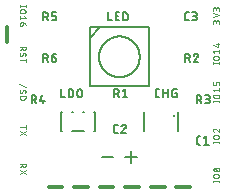
<source format=gbr>
G04 EAGLE Gerber X2 export*
%TF.Part,Single*%
%TF.FileFunction,Legend,Top,1*%
%TF.FilePolarity,Positive*%
%TF.GenerationSoftware,Autodesk,EAGLE,9.0.0*%
%TF.CreationDate,2018-04-23T14:01:41Z*%
G75*
%MOMM*%
%FSLAX34Y34*%
%LPD*%
%AMOC8*
5,1,8,0,0,1.08239X$1,22.5*%
G01*
%ADD10C,0.304800*%
%ADD11C,0.152400*%
%ADD12C,0.127000*%
%ADD13C,0.200000*%
%ADD14C,0.101600*%


D10*
X25000Y235000D02*
X25000Y222500D01*
X60000Y100000D02*
X71667Y100000D01*
X81667Y100000D02*
X93333Y100000D01*
X103333Y100000D02*
X115000Y100000D01*
X125000Y100000D02*
X136667Y100000D01*
X146667Y100000D02*
X158333Y100000D01*
X168333Y100000D02*
X180000Y100000D01*
D11*
X70780Y146900D02*
X70780Y163100D01*
X99220Y163100D02*
X99220Y146900D01*
X90220Y146900D02*
X79780Y146900D01*
X89280Y163100D02*
X90220Y163100D01*
X80720Y163100D02*
X79780Y163100D01*
X98280Y163100D02*
X99220Y163100D01*
X71720Y163100D02*
X70780Y163100D01*
X70780Y146900D02*
X71720Y146900D01*
X98280Y146900D02*
X99220Y146900D01*
D12*
X70635Y175635D02*
X70635Y182493D01*
X70635Y175635D02*
X73683Y175635D01*
X76954Y175635D02*
X76954Y182493D01*
X78859Y182493D01*
X78944Y182491D01*
X79030Y182485D01*
X79115Y182476D01*
X79199Y182462D01*
X79283Y182445D01*
X79366Y182424D01*
X79448Y182400D01*
X79528Y182372D01*
X79608Y182340D01*
X79686Y182304D01*
X79762Y182266D01*
X79836Y182223D01*
X79908Y182178D01*
X79979Y182129D01*
X80047Y182077D01*
X80112Y182023D01*
X80175Y181965D01*
X80236Y181904D01*
X80294Y181841D01*
X80348Y181776D01*
X80400Y181708D01*
X80449Y181637D01*
X80494Y181565D01*
X80537Y181491D01*
X80575Y181415D01*
X80611Y181337D01*
X80643Y181257D01*
X80671Y181177D01*
X80695Y181095D01*
X80716Y181012D01*
X80733Y180928D01*
X80747Y180844D01*
X80756Y180759D01*
X80762Y180673D01*
X80764Y180588D01*
X80764Y177540D01*
X80762Y177455D01*
X80756Y177369D01*
X80747Y177284D01*
X80733Y177200D01*
X80716Y177116D01*
X80695Y177033D01*
X80671Y176951D01*
X80643Y176871D01*
X80611Y176791D01*
X80575Y176713D01*
X80537Y176637D01*
X80494Y176563D01*
X80449Y176491D01*
X80400Y176420D01*
X80348Y176352D01*
X80294Y176287D01*
X80236Y176224D01*
X80175Y176163D01*
X80112Y176105D01*
X80047Y176051D01*
X79979Y175999D01*
X79908Y175950D01*
X79836Y175905D01*
X79762Y175862D01*
X79686Y175824D01*
X79608Y175788D01*
X79528Y175756D01*
X79448Y175728D01*
X79366Y175704D01*
X79283Y175683D01*
X79199Y175666D01*
X79115Y175652D01*
X79030Y175643D01*
X78944Y175637D01*
X78859Y175635D01*
X76954Y175635D01*
X84513Y177540D02*
X84513Y180588D01*
X84515Y180673D01*
X84521Y180759D01*
X84530Y180844D01*
X84544Y180928D01*
X84561Y181012D01*
X84582Y181095D01*
X84606Y181177D01*
X84634Y181257D01*
X84666Y181337D01*
X84702Y181415D01*
X84740Y181491D01*
X84783Y181565D01*
X84828Y181637D01*
X84877Y181708D01*
X84929Y181776D01*
X84983Y181841D01*
X85041Y181904D01*
X85102Y181965D01*
X85165Y182023D01*
X85230Y182077D01*
X85298Y182129D01*
X85369Y182178D01*
X85441Y182223D01*
X85515Y182266D01*
X85591Y182304D01*
X85669Y182340D01*
X85749Y182372D01*
X85829Y182400D01*
X85911Y182424D01*
X85994Y182445D01*
X86078Y182462D01*
X86162Y182476D01*
X86247Y182485D01*
X86333Y182491D01*
X86418Y182493D01*
X86503Y182491D01*
X86589Y182485D01*
X86674Y182476D01*
X86758Y182462D01*
X86842Y182445D01*
X86925Y182424D01*
X87007Y182400D01*
X87087Y182372D01*
X87167Y182340D01*
X87245Y182304D01*
X87321Y182266D01*
X87395Y182223D01*
X87467Y182178D01*
X87538Y182129D01*
X87606Y182077D01*
X87671Y182023D01*
X87734Y181965D01*
X87795Y181904D01*
X87853Y181841D01*
X87907Y181776D01*
X87959Y181708D01*
X88008Y181637D01*
X88053Y181565D01*
X88096Y181491D01*
X88134Y181415D01*
X88170Y181337D01*
X88202Y181257D01*
X88230Y181177D01*
X88254Y181095D01*
X88275Y181012D01*
X88292Y180928D01*
X88306Y180844D01*
X88315Y180759D01*
X88321Y180673D01*
X88323Y180588D01*
X88323Y177540D01*
X88321Y177455D01*
X88315Y177369D01*
X88306Y177284D01*
X88292Y177200D01*
X88275Y177116D01*
X88254Y177033D01*
X88230Y176951D01*
X88202Y176871D01*
X88170Y176791D01*
X88134Y176713D01*
X88096Y176637D01*
X88053Y176563D01*
X88008Y176491D01*
X87959Y176420D01*
X87907Y176352D01*
X87853Y176287D01*
X87795Y176224D01*
X87734Y176163D01*
X87671Y176105D01*
X87606Y176051D01*
X87538Y175999D01*
X87467Y175950D01*
X87395Y175905D01*
X87321Y175862D01*
X87245Y175824D01*
X87167Y175788D01*
X87087Y175756D01*
X87007Y175728D01*
X86925Y175704D01*
X86842Y175683D01*
X86758Y175666D01*
X86674Y175652D01*
X86589Y175643D01*
X86503Y175637D01*
X86418Y175635D01*
X86333Y175637D01*
X86247Y175643D01*
X86162Y175652D01*
X86078Y175666D01*
X85994Y175683D01*
X85911Y175704D01*
X85829Y175728D01*
X85749Y175756D01*
X85669Y175788D01*
X85591Y175824D01*
X85515Y175862D01*
X85441Y175905D01*
X85369Y175950D01*
X85298Y175999D01*
X85230Y176051D01*
X85165Y176105D01*
X85102Y176163D01*
X85041Y176224D01*
X84983Y176287D01*
X84929Y176352D01*
X84877Y176420D01*
X84828Y176491D01*
X84783Y176563D01*
X84740Y176637D01*
X84702Y176713D01*
X84666Y176791D01*
X84634Y176871D01*
X84606Y176951D01*
X84582Y177033D01*
X84561Y177116D01*
X84544Y177200D01*
X84530Y177284D01*
X84521Y177369D01*
X84515Y177455D01*
X84513Y177540D01*
X95000Y185000D02*
X145000Y185000D01*
X95000Y185000D02*
X95000Y226000D01*
X95000Y235000D01*
X104000Y235000D01*
X145000Y235000D01*
X145000Y185000D01*
X95000Y226000D02*
X104000Y235000D01*
X102795Y210000D02*
X102800Y210422D01*
X102816Y210844D01*
X102842Y211266D01*
X102878Y211686D01*
X102924Y212106D01*
X102981Y212524D01*
X103048Y212941D01*
X103126Y213357D01*
X103213Y213770D01*
X103311Y214180D01*
X103418Y214589D01*
X103536Y214994D01*
X103663Y215397D01*
X103801Y215796D01*
X103948Y216192D01*
X104105Y216584D01*
X104271Y216972D01*
X104447Y217356D01*
X104632Y217736D01*
X104827Y218110D01*
X105030Y218480D01*
X105243Y218845D01*
X105464Y219205D01*
X105695Y219559D01*
X105933Y219907D01*
X106181Y220249D01*
X106436Y220585D01*
X106700Y220915D01*
X106972Y221238D01*
X107252Y221554D01*
X107539Y221864D01*
X107834Y222166D01*
X108136Y222461D01*
X108446Y222748D01*
X108762Y223028D01*
X109085Y223300D01*
X109415Y223564D01*
X109751Y223819D01*
X110093Y224067D01*
X110441Y224305D01*
X110795Y224536D01*
X111155Y224757D01*
X111520Y224970D01*
X111890Y225173D01*
X112264Y225368D01*
X112644Y225553D01*
X113028Y225729D01*
X113416Y225895D01*
X113808Y226052D01*
X114204Y226199D01*
X114603Y226337D01*
X115006Y226464D01*
X115411Y226582D01*
X115820Y226689D01*
X116230Y226787D01*
X116643Y226874D01*
X117059Y226952D01*
X117476Y227019D01*
X117894Y227076D01*
X118314Y227122D01*
X118734Y227158D01*
X119156Y227184D01*
X119578Y227200D01*
X120000Y227205D01*
X120422Y227200D01*
X120844Y227184D01*
X121266Y227158D01*
X121686Y227122D01*
X122106Y227076D01*
X122524Y227019D01*
X122941Y226952D01*
X123357Y226874D01*
X123770Y226787D01*
X124180Y226689D01*
X124589Y226582D01*
X124994Y226464D01*
X125397Y226337D01*
X125796Y226199D01*
X126192Y226052D01*
X126584Y225895D01*
X126972Y225729D01*
X127356Y225553D01*
X127736Y225368D01*
X128110Y225173D01*
X128480Y224970D01*
X128845Y224757D01*
X129205Y224536D01*
X129559Y224305D01*
X129907Y224067D01*
X130249Y223819D01*
X130585Y223564D01*
X130915Y223300D01*
X131238Y223028D01*
X131554Y222748D01*
X131864Y222461D01*
X132166Y222166D01*
X132461Y221864D01*
X132748Y221554D01*
X133028Y221238D01*
X133300Y220915D01*
X133564Y220585D01*
X133819Y220249D01*
X134067Y219907D01*
X134305Y219559D01*
X134536Y219205D01*
X134757Y218845D01*
X134970Y218480D01*
X135173Y218110D01*
X135368Y217736D01*
X135553Y217356D01*
X135729Y216972D01*
X135895Y216584D01*
X136052Y216192D01*
X136199Y215796D01*
X136337Y215397D01*
X136464Y214994D01*
X136582Y214589D01*
X136689Y214180D01*
X136787Y213770D01*
X136874Y213357D01*
X136952Y212941D01*
X137019Y212524D01*
X137076Y212106D01*
X137122Y211686D01*
X137158Y211266D01*
X137184Y210844D01*
X137200Y210422D01*
X137205Y210000D01*
X137200Y209578D01*
X137184Y209156D01*
X137158Y208734D01*
X137122Y208314D01*
X137076Y207894D01*
X137019Y207476D01*
X136952Y207059D01*
X136874Y206643D01*
X136787Y206230D01*
X136689Y205820D01*
X136582Y205411D01*
X136464Y205006D01*
X136337Y204603D01*
X136199Y204204D01*
X136052Y203808D01*
X135895Y203416D01*
X135729Y203028D01*
X135553Y202644D01*
X135368Y202264D01*
X135173Y201890D01*
X134970Y201520D01*
X134757Y201155D01*
X134536Y200795D01*
X134305Y200441D01*
X134067Y200093D01*
X133819Y199751D01*
X133564Y199415D01*
X133300Y199085D01*
X133028Y198762D01*
X132748Y198446D01*
X132461Y198136D01*
X132166Y197834D01*
X131864Y197539D01*
X131554Y197252D01*
X131238Y196972D01*
X130915Y196700D01*
X130585Y196436D01*
X130249Y196181D01*
X129907Y195933D01*
X129559Y195695D01*
X129205Y195464D01*
X128845Y195243D01*
X128480Y195030D01*
X128110Y194827D01*
X127736Y194632D01*
X127356Y194447D01*
X126972Y194271D01*
X126584Y194105D01*
X126192Y193948D01*
X125796Y193801D01*
X125397Y193663D01*
X124994Y193536D01*
X124589Y193418D01*
X124180Y193311D01*
X123770Y193213D01*
X123357Y193126D01*
X122941Y193048D01*
X122524Y192981D01*
X122106Y192924D01*
X121686Y192878D01*
X121266Y192842D01*
X120844Y192816D01*
X120422Y192800D01*
X120000Y192795D01*
X119578Y192800D01*
X119156Y192816D01*
X118734Y192842D01*
X118314Y192878D01*
X117894Y192924D01*
X117476Y192981D01*
X117059Y193048D01*
X116643Y193126D01*
X116230Y193213D01*
X115820Y193311D01*
X115411Y193418D01*
X115006Y193536D01*
X114603Y193663D01*
X114204Y193801D01*
X113808Y193948D01*
X113416Y194105D01*
X113028Y194271D01*
X112644Y194447D01*
X112264Y194632D01*
X111890Y194827D01*
X111520Y195030D01*
X111155Y195243D01*
X110795Y195464D01*
X110441Y195695D01*
X110093Y195933D01*
X109751Y196181D01*
X109415Y196436D01*
X109085Y196700D01*
X108762Y196972D01*
X108446Y197252D01*
X108136Y197539D01*
X107834Y197834D01*
X107539Y198136D01*
X107252Y198446D01*
X106972Y198762D01*
X106700Y199085D01*
X106436Y199415D01*
X106181Y199751D01*
X105933Y200093D01*
X105695Y200441D01*
X105464Y200795D01*
X105243Y201155D01*
X105030Y201520D01*
X104827Y201890D01*
X104632Y202264D01*
X104447Y202644D01*
X104271Y203028D01*
X104105Y203416D01*
X103948Y203808D01*
X103801Y204204D01*
X103663Y204603D01*
X103536Y205006D01*
X103418Y205411D01*
X103311Y205820D01*
X103213Y206230D01*
X103126Y206643D01*
X103048Y207059D01*
X102981Y207476D01*
X102924Y207894D01*
X102878Y208314D01*
X102842Y208734D01*
X102816Y209156D01*
X102800Y209578D01*
X102795Y210000D01*
X110635Y240635D02*
X110635Y247493D01*
X110635Y240635D02*
X113683Y240635D01*
X116975Y240635D02*
X120023Y240635D01*
X116975Y240635D02*
X116975Y247493D01*
X120023Y247493D01*
X119261Y244445D02*
X116975Y244445D01*
X123293Y247493D02*
X123293Y240635D01*
X123293Y247493D02*
X125198Y247493D01*
X125283Y247491D01*
X125369Y247485D01*
X125454Y247476D01*
X125538Y247462D01*
X125622Y247445D01*
X125705Y247424D01*
X125787Y247400D01*
X125867Y247372D01*
X125947Y247340D01*
X126025Y247304D01*
X126101Y247266D01*
X126175Y247223D01*
X126247Y247178D01*
X126318Y247129D01*
X126386Y247077D01*
X126451Y247023D01*
X126514Y246965D01*
X126575Y246904D01*
X126633Y246841D01*
X126687Y246776D01*
X126739Y246708D01*
X126788Y246637D01*
X126833Y246565D01*
X126876Y246491D01*
X126914Y246415D01*
X126950Y246337D01*
X126982Y246257D01*
X127010Y246177D01*
X127034Y246095D01*
X127055Y246012D01*
X127072Y245928D01*
X127086Y245844D01*
X127095Y245759D01*
X127101Y245673D01*
X127103Y245588D01*
X127103Y242540D01*
X127101Y242455D01*
X127095Y242369D01*
X127086Y242284D01*
X127072Y242200D01*
X127055Y242116D01*
X127034Y242033D01*
X127010Y241951D01*
X126982Y241871D01*
X126950Y241791D01*
X126914Y241713D01*
X126876Y241637D01*
X126833Y241563D01*
X126788Y241491D01*
X126739Y241420D01*
X126687Y241352D01*
X126633Y241287D01*
X126575Y241224D01*
X126514Y241163D01*
X126451Y241105D01*
X126386Y241051D01*
X126318Y240999D01*
X126247Y240950D01*
X126175Y240905D01*
X126101Y240862D01*
X126025Y240824D01*
X125947Y240788D01*
X125867Y240756D01*
X125787Y240728D01*
X125705Y240704D01*
X125622Y240683D01*
X125538Y240666D01*
X125454Y240652D01*
X125369Y240643D01*
X125283Y240637D01*
X125198Y240635D01*
X123293Y240635D01*
D11*
X169230Y162810D02*
X169230Y147190D01*
X140780Y147190D02*
X140780Y162810D01*
D13*
X166500Y160000D03*
D12*
X153683Y175635D02*
X152159Y175635D01*
X152082Y175637D01*
X152005Y175643D01*
X151928Y175653D01*
X151852Y175666D01*
X151777Y175684D01*
X151703Y175705D01*
X151630Y175730D01*
X151558Y175759D01*
X151488Y175791D01*
X151419Y175826D01*
X151353Y175866D01*
X151288Y175908D01*
X151226Y175954D01*
X151166Y176003D01*
X151109Y176054D01*
X151054Y176109D01*
X151003Y176166D01*
X150954Y176226D01*
X150908Y176288D01*
X150866Y176353D01*
X150826Y176419D01*
X150791Y176488D01*
X150759Y176558D01*
X150730Y176630D01*
X150705Y176703D01*
X150684Y176777D01*
X150666Y176852D01*
X150653Y176928D01*
X150643Y177005D01*
X150637Y177082D01*
X150635Y177159D01*
X150635Y180969D01*
X150637Y181046D01*
X150643Y181123D01*
X150653Y181200D01*
X150666Y181276D01*
X150684Y181351D01*
X150705Y181425D01*
X150730Y181498D01*
X150759Y181570D01*
X150791Y181640D01*
X150826Y181709D01*
X150866Y181775D01*
X150908Y181840D01*
X150954Y181902D01*
X151003Y181962D01*
X151054Y182019D01*
X151109Y182074D01*
X151166Y182125D01*
X151226Y182174D01*
X151288Y182220D01*
X151353Y182262D01*
X151419Y182302D01*
X151488Y182337D01*
X151558Y182369D01*
X151630Y182398D01*
X151703Y182423D01*
X151777Y182444D01*
X151852Y182462D01*
X151928Y182475D01*
X152005Y182485D01*
X152082Y182491D01*
X152159Y182493D01*
X153683Y182493D01*
X157006Y182493D02*
X157006Y175635D01*
X157006Y179445D02*
X160816Y179445D01*
X160816Y182493D02*
X160816Y175635D01*
X167476Y179445D02*
X168619Y179445D01*
X168619Y175635D01*
X166333Y175635D01*
X166256Y175637D01*
X166179Y175643D01*
X166102Y175653D01*
X166026Y175666D01*
X165951Y175684D01*
X165877Y175705D01*
X165804Y175730D01*
X165732Y175759D01*
X165662Y175791D01*
X165593Y175826D01*
X165527Y175866D01*
X165462Y175908D01*
X165400Y175954D01*
X165340Y176003D01*
X165283Y176054D01*
X165228Y176109D01*
X165177Y176166D01*
X165128Y176226D01*
X165082Y176288D01*
X165040Y176353D01*
X165000Y176419D01*
X164965Y176488D01*
X164933Y176558D01*
X164904Y176630D01*
X164879Y176703D01*
X164858Y176777D01*
X164840Y176852D01*
X164827Y176928D01*
X164817Y177005D01*
X164811Y177082D01*
X164809Y177159D01*
X164809Y180969D01*
X164811Y181046D01*
X164817Y181123D01*
X164827Y181200D01*
X164840Y181276D01*
X164858Y181351D01*
X164879Y181425D01*
X164904Y181498D01*
X164933Y181570D01*
X164965Y181640D01*
X165000Y181709D01*
X165040Y181775D01*
X165082Y181840D01*
X165128Y181902D01*
X165177Y181962D01*
X165228Y182019D01*
X165283Y182074D01*
X165340Y182125D01*
X165400Y182174D01*
X165462Y182220D01*
X165527Y182262D01*
X165593Y182302D01*
X165662Y182337D01*
X165732Y182369D01*
X165804Y182398D01*
X165877Y182423D01*
X165951Y182444D01*
X166026Y182462D01*
X166102Y182475D01*
X166179Y182485D01*
X166256Y182491D01*
X166333Y182493D01*
X168619Y182493D01*
X135000Y125000D02*
X125000Y125000D01*
X130000Y120000D02*
X130000Y130000D01*
X115000Y125000D02*
X105000Y125000D01*
X115635Y175635D02*
X115635Y182493D01*
X117540Y182493D01*
X117625Y182491D01*
X117711Y182485D01*
X117796Y182476D01*
X117880Y182462D01*
X117964Y182445D01*
X118047Y182424D01*
X118129Y182400D01*
X118209Y182372D01*
X118289Y182340D01*
X118367Y182304D01*
X118443Y182266D01*
X118517Y182223D01*
X118589Y182178D01*
X118660Y182129D01*
X118728Y182077D01*
X118793Y182023D01*
X118856Y181965D01*
X118917Y181904D01*
X118975Y181841D01*
X119029Y181776D01*
X119081Y181708D01*
X119130Y181637D01*
X119175Y181565D01*
X119218Y181491D01*
X119256Y181415D01*
X119292Y181337D01*
X119324Y181257D01*
X119352Y181177D01*
X119376Y181095D01*
X119397Y181012D01*
X119414Y180928D01*
X119428Y180844D01*
X119437Y180759D01*
X119443Y180673D01*
X119445Y180588D01*
X119443Y180503D01*
X119437Y180417D01*
X119428Y180332D01*
X119414Y180248D01*
X119397Y180164D01*
X119376Y180081D01*
X119352Y179999D01*
X119324Y179919D01*
X119292Y179839D01*
X119256Y179761D01*
X119218Y179685D01*
X119175Y179611D01*
X119130Y179539D01*
X119081Y179468D01*
X119029Y179400D01*
X118975Y179335D01*
X118917Y179272D01*
X118856Y179211D01*
X118793Y179153D01*
X118728Y179099D01*
X118660Y179047D01*
X118589Y178998D01*
X118517Y178953D01*
X118443Y178910D01*
X118367Y178872D01*
X118289Y178836D01*
X118209Y178804D01*
X118129Y178776D01*
X118047Y178752D01*
X117964Y178731D01*
X117880Y178714D01*
X117796Y178700D01*
X117711Y178691D01*
X117625Y178685D01*
X117540Y178683D01*
X115635Y178683D01*
X117921Y178683D02*
X119445Y175635D01*
X122881Y180969D02*
X124786Y182493D01*
X124786Y175635D01*
X122881Y175635D02*
X126691Y175635D01*
X175635Y205635D02*
X175635Y212493D01*
X177540Y212493D01*
X177625Y212491D01*
X177711Y212485D01*
X177796Y212476D01*
X177880Y212462D01*
X177964Y212445D01*
X178047Y212424D01*
X178129Y212400D01*
X178209Y212372D01*
X178289Y212340D01*
X178367Y212304D01*
X178443Y212266D01*
X178517Y212223D01*
X178589Y212178D01*
X178660Y212129D01*
X178728Y212077D01*
X178793Y212023D01*
X178856Y211965D01*
X178917Y211904D01*
X178975Y211841D01*
X179029Y211776D01*
X179081Y211708D01*
X179130Y211637D01*
X179175Y211565D01*
X179218Y211491D01*
X179256Y211415D01*
X179292Y211337D01*
X179324Y211257D01*
X179352Y211177D01*
X179376Y211095D01*
X179397Y211012D01*
X179414Y210928D01*
X179428Y210844D01*
X179437Y210759D01*
X179443Y210673D01*
X179445Y210588D01*
X179443Y210503D01*
X179437Y210417D01*
X179428Y210332D01*
X179414Y210248D01*
X179397Y210164D01*
X179376Y210081D01*
X179352Y209999D01*
X179324Y209919D01*
X179292Y209839D01*
X179256Y209761D01*
X179218Y209685D01*
X179175Y209611D01*
X179130Y209539D01*
X179081Y209468D01*
X179029Y209400D01*
X178975Y209335D01*
X178917Y209272D01*
X178856Y209211D01*
X178793Y209153D01*
X178728Y209099D01*
X178660Y209047D01*
X178589Y208998D01*
X178517Y208953D01*
X178443Y208910D01*
X178367Y208872D01*
X178289Y208836D01*
X178209Y208804D01*
X178129Y208776D01*
X178047Y208752D01*
X177964Y208731D01*
X177880Y208714D01*
X177796Y208700D01*
X177711Y208691D01*
X177625Y208685D01*
X177540Y208683D01*
X175635Y208683D01*
X177921Y208683D02*
X179445Y205635D01*
X184976Y212494D02*
X185058Y212492D01*
X185139Y212486D01*
X185220Y212477D01*
X185301Y212463D01*
X185380Y212446D01*
X185459Y212425D01*
X185537Y212400D01*
X185613Y212371D01*
X185688Y212339D01*
X185762Y212303D01*
X185834Y212264D01*
X185903Y212222D01*
X185971Y212176D01*
X186036Y212127D01*
X186099Y212075D01*
X186159Y212020D01*
X186217Y211962D01*
X186272Y211902D01*
X186324Y211839D01*
X186373Y211774D01*
X186419Y211706D01*
X186461Y211637D01*
X186500Y211565D01*
X186536Y211491D01*
X186568Y211416D01*
X186597Y211340D01*
X186622Y211262D01*
X186643Y211183D01*
X186660Y211104D01*
X186674Y211023D01*
X186683Y210942D01*
X186689Y210861D01*
X186691Y210779D01*
X184976Y212493D02*
X184884Y212491D01*
X184792Y212485D01*
X184700Y212476D01*
X184608Y212462D01*
X184518Y212445D01*
X184428Y212424D01*
X184339Y212399D01*
X184251Y212370D01*
X184164Y212338D01*
X184079Y212302D01*
X183996Y212263D01*
X183914Y212220D01*
X183834Y212174D01*
X183756Y212124D01*
X183680Y212072D01*
X183607Y212016D01*
X183536Y211957D01*
X183467Y211895D01*
X183401Y211830D01*
X183338Y211763D01*
X183278Y211693D01*
X183220Y211621D01*
X183166Y211546D01*
X183115Y211469D01*
X183067Y211390D01*
X183023Y211309D01*
X182982Y211226D01*
X182944Y211142D01*
X182910Y211056D01*
X182880Y210969D01*
X186119Y209445D02*
X186178Y209504D01*
X186234Y209565D01*
X186287Y209628D01*
X186338Y209694D01*
X186385Y209762D01*
X186429Y209832D01*
X186470Y209904D01*
X186508Y209978D01*
X186542Y210053D01*
X186573Y210130D01*
X186600Y210208D01*
X186624Y210288D01*
X186645Y210368D01*
X186661Y210449D01*
X186674Y210531D01*
X186684Y210613D01*
X186689Y210696D01*
X186691Y210779D01*
X186119Y209445D02*
X182881Y205635D01*
X186691Y205635D01*
X185635Y177493D02*
X185635Y170635D01*
X185635Y177493D02*
X187540Y177493D01*
X187625Y177491D01*
X187711Y177485D01*
X187796Y177476D01*
X187880Y177462D01*
X187964Y177445D01*
X188047Y177424D01*
X188129Y177400D01*
X188209Y177372D01*
X188289Y177340D01*
X188367Y177304D01*
X188443Y177266D01*
X188517Y177223D01*
X188589Y177178D01*
X188660Y177129D01*
X188728Y177077D01*
X188793Y177023D01*
X188856Y176965D01*
X188917Y176904D01*
X188975Y176841D01*
X189029Y176776D01*
X189081Y176708D01*
X189130Y176637D01*
X189175Y176565D01*
X189218Y176491D01*
X189256Y176415D01*
X189292Y176337D01*
X189324Y176257D01*
X189352Y176177D01*
X189376Y176095D01*
X189397Y176012D01*
X189414Y175928D01*
X189428Y175844D01*
X189437Y175759D01*
X189443Y175673D01*
X189445Y175588D01*
X189443Y175503D01*
X189437Y175417D01*
X189428Y175332D01*
X189414Y175248D01*
X189397Y175164D01*
X189376Y175081D01*
X189352Y174999D01*
X189324Y174919D01*
X189292Y174839D01*
X189256Y174761D01*
X189218Y174685D01*
X189175Y174611D01*
X189130Y174539D01*
X189081Y174468D01*
X189029Y174400D01*
X188975Y174335D01*
X188917Y174272D01*
X188856Y174211D01*
X188793Y174153D01*
X188728Y174099D01*
X188660Y174047D01*
X188589Y173998D01*
X188517Y173953D01*
X188443Y173910D01*
X188367Y173872D01*
X188289Y173836D01*
X188209Y173804D01*
X188129Y173776D01*
X188047Y173752D01*
X187964Y173731D01*
X187880Y173714D01*
X187796Y173700D01*
X187711Y173691D01*
X187625Y173685D01*
X187540Y173683D01*
X185635Y173683D01*
X187921Y173683D02*
X189445Y170635D01*
X192881Y170635D02*
X194786Y170635D01*
X194871Y170637D01*
X194957Y170643D01*
X195042Y170652D01*
X195126Y170666D01*
X195210Y170683D01*
X195293Y170704D01*
X195375Y170728D01*
X195455Y170756D01*
X195535Y170788D01*
X195613Y170824D01*
X195689Y170862D01*
X195763Y170905D01*
X195835Y170950D01*
X195906Y170999D01*
X195974Y171051D01*
X196039Y171105D01*
X196102Y171163D01*
X196163Y171224D01*
X196221Y171287D01*
X196275Y171352D01*
X196327Y171420D01*
X196376Y171491D01*
X196421Y171563D01*
X196464Y171637D01*
X196502Y171713D01*
X196538Y171791D01*
X196570Y171871D01*
X196598Y171951D01*
X196622Y172033D01*
X196643Y172116D01*
X196660Y172200D01*
X196674Y172284D01*
X196683Y172369D01*
X196689Y172455D01*
X196691Y172540D01*
X196689Y172625D01*
X196683Y172711D01*
X196674Y172796D01*
X196660Y172880D01*
X196643Y172964D01*
X196622Y173047D01*
X196598Y173129D01*
X196570Y173209D01*
X196538Y173289D01*
X196502Y173367D01*
X196464Y173443D01*
X196421Y173517D01*
X196376Y173589D01*
X196327Y173660D01*
X196275Y173728D01*
X196221Y173793D01*
X196163Y173856D01*
X196102Y173917D01*
X196039Y173975D01*
X195974Y174029D01*
X195906Y174081D01*
X195835Y174130D01*
X195763Y174175D01*
X195689Y174218D01*
X195613Y174256D01*
X195535Y174292D01*
X195455Y174324D01*
X195375Y174352D01*
X195293Y174376D01*
X195210Y174397D01*
X195126Y174414D01*
X195042Y174428D01*
X194957Y174437D01*
X194871Y174443D01*
X194786Y174445D01*
X195167Y177493D02*
X192881Y177493D01*
X195167Y177493D02*
X195244Y177491D01*
X195321Y177485D01*
X195398Y177475D01*
X195474Y177462D01*
X195549Y177444D01*
X195623Y177423D01*
X195696Y177398D01*
X195768Y177369D01*
X195838Y177337D01*
X195907Y177302D01*
X195973Y177262D01*
X196038Y177220D01*
X196100Y177174D01*
X196160Y177125D01*
X196217Y177074D01*
X196272Y177019D01*
X196323Y176962D01*
X196372Y176902D01*
X196418Y176840D01*
X196460Y176775D01*
X196500Y176709D01*
X196535Y176640D01*
X196567Y176570D01*
X196596Y176498D01*
X196621Y176425D01*
X196642Y176351D01*
X196660Y176276D01*
X196673Y176200D01*
X196683Y176123D01*
X196689Y176046D01*
X196691Y175969D01*
X196689Y175892D01*
X196683Y175815D01*
X196673Y175738D01*
X196660Y175662D01*
X196642Y175587D01*
X196621Y175513D01*
X196596Y175440D01*
X196567Y175368D01*
X196535Y175298D01*
X196500Y175229D01*
X196460Y175163D01*
X196418Y175098D01*
X196372Y175036D01*
X196323Y174976D01*
X196272Y174919D01*
X196217Y174864D01*
X196160Y174813D01*
X196100Y174764D01*
X196038Y174718D01*
X195973Y174676D01*
X195907Y174636D01*
X195838Y174601D01*
X195768Y174569D01*
X195696Y174540D01*
X195623Y174515D01*
X195549Y174494D01*
X195474Y174476D01*
X195398Y174463D01*
X195321Y174453D01*
X195244Y174447D01*
X195167Y174445D01*
X193643Y174445D01*
X45635Y177493D02*
X45635Y170635D01*
X45635Y177493D02*
X47540Y177493D01*
X47625Y177491D01*
X47711Y177485D01*
X47796Y177476D01*
X47880Y177462D01*
X47964Y177445D01*
X48047Y177424D01*
X48129Y177400D01*
X48209Y177372D01*
X48289Y177340D01*
X48367Y177304D01*
X48443Y177266D01*
X48517Y177223D01*
X48589Y177178D01*
X48660Y177129D01*
X48728Y177077D01*
X48793Y177023D01*
X48856Y176965D01*
X48917Y176904D01*
X48975Y176841D01*
X49029Y176776D01*
X49081Y176708D01*
X49130Y176637D01*
X49175Y176565D01*
X49218Y176491D01*
X49256Y176415D01*
X49292Y176337D01*
X49324Y176257D01*
X49352Y176177D01*
X49376Y176095D01*
X49397Y176012D01*
X49414Y175928D01*
X49428Y175844D01*
X49437Y175759D01*
X49443Y175673D01*
X49445Y175588D01*
X49443Y175503D01*
X49437Y175417D01*
X49428Y175332D01*
X49414Y175248D01*
X49397Y175164D01*
X49376Y175081D01*
X49352Y174999D01*
X49324Y174919D01*
X49292Y174839D01*
X49256Y174761D01*
X49218Y174685D01*
X49175Y174611D01*
X49130Y174539D01*
X49081Y174468D01*
X49029Y174400D01*
X48975Y174335D01*
X48917Y174272D01*
X48856Y174211D01*
X48793Y174153D01*
X48728Y174099D01*
X48660Y174047D01*
X48589Y173998D01*
X48517Y173953D01*
X48443Y173910D01*
X48367Y173872D01*
X48289Y173836D01*
X48209Y173804D01*
X48129Y173776D01*
X48047Y173752D01*
X47964Y173731D01*
X47880Y173714D01*
X47796Y173700D01*
X47711Y173691D01*
X47625Y173685D01*
X47540Y173683D01*
X45635Y173683D01*
X47921Y173683D02*
X49445Y170635D01*
X52881Y172159D02*
X54405Y177493D01*
X52881Y172159D02*
X56691Y172159D01*
X55548Y173683D02*
X55548Y170635D01*
X55635Y240635D02*
X55635Y247493D01*
X57540Y247493D01*
X57625Y247491D01*
X57711Y247485D01*
X57796Y247476D01*
X57880Y247462D01*
X57964Y247445D01*
X58047Y247424D01*
X58129Y247400D01*
X58209Y247372D01*
X58289Y247340D01*
X58367Y247304D01*
X58443Y247266D01*
X58517Y247223D01*
X58589Y247178D01*
X58660Y247129D01*
X58728Y247077D01*
X58793Y247023D01*
X58856Y246965D01*
X58917Y246904D01*
X58975Y246841D01*
X59029Y246776D01*
X59081Y246708D01*
X59130Y246637D01*
X59175Y246565D01*
X59218Y246491D01*
X59256Y246415D01*
X59292Y246337D01*
X59324Y246257D01*
X59352Y246177D01*
X59376Y246095D01*
X59397Y246012D01*
X59414Y245928D01*
X59428Y245844D01*
X59437Y245759D01*
X59443Y245673D01*
X59445Y245588D01*
X59443Y245503D01*
X59437Y245417D01*
X59428Y245332D01*
X59414Y245248D01*
X59397Y245164D01*
X59376Y245081D01*
X59352Y244999D01*
X59324Y244919D01*
X59292Y244839D01*
X59256Y244761D01*
X59218Y244685D01*
X59175Y244611D01*
X59130Y244539D01*
X59081Y244468D01*
X59029Y244400D01*
X58975Y244335D01*
X58917Y244272D01*
X58856Y244211D01*
X58793Y244153D01*
X58728Y244099D01*
X58660Y244047D01*
X58589Y243998D01*
X58517Y243953D01*
X58443Y243910D01*
X58367Y243872D01*
X58289Y243836D01*
X58209Y243804D01*
X58129Y243776D01*
X58047Y243752D01*
X57964Y243731D01*
X57880Y243714D01*
X57796Y243700D01*
X57711Y243691D01*
X57625Y243685D01*
X57540Y243683D01*
X55635Y243683D01*
X57921Y243683D02*
X59445Y240635D01*
X62881Y240635D02*
X65167Y240635D01*
X65244Y240637D01*
X65321Y240643D01*
X65398Y240653D01*
X65474Y240666D01*
X65549Y240684D01*
X65623Y240705D01*
X65696Y240730D01*
X65768Y240759D01*
X65838Y240791D01*
X65907Y240826D01*
X65973Y240866D01*
X66038Y240908D01*
X66100Y240954D01*
X66160Y241003D01*
X66217Y241054D01*
X66272Y241109D01*
X66323Y241166D01*
X66372Y241226D01*
X66418Y241288D01*
X66460Y241353D01*
X66500Y241419D01*
X66535Y241488D01*
X66567Y241558D01*
X66596Y241630D01*
X66621Y241703D01*
X66642Y241777D01*
X66660Y241852D01*
X66673Y241928D01*
X66683Y242005D01*
X66689Y242082D01*
X66691Y242159D01*
X66691Y242921D01*
X66689Y242998D01*
X66683Y243075D01*
X66673Y243152D01*
X66660Y243228D01*
X66642Y243303D01*
X66621Y243377D01*
X66596Y243450D01*
X66567Y243522D01*
X66535Y243592D01*
X66500Y243661D01*
X66460Y243727D01*
X66418Y243792D01*
X66372Y243854D01*
X66323Y243914D01*
X66272Y243971D01*
X66217Y244026D01*
X66160Y244077D01*
X66100Y244126D01*
X66038Y244172D01*
X65973Y244214D01*
X65907Y244254D01*
X65838Y244289D01*
X65768Y244321D01*
X65696Y244350D01*
X65623Y244375D01*
X65549Y244396D01*
X65474Y244414D01*
X65398Y244427D01*
X65321Y244437D01*
X65244Y244443D01*
X65167Y244445D01*
X62881Y244445D01*
X62881Y247493D01*
X66691Y247493D01*
X55635Y212493D02*
X55635Y205635D01*
X55635Y212493D02*
X57540Y212493D01*
X57625Y212491D01*
X57711Y212485D01*
X57796Y212476D01*
X57880Y212462D01*
X57964Y212445D01*
X58047Y212424D01*
X58129Y212400D01*
X58209Y212372D01*
X58289Y212340D01*
X58367Y212304D01*
X58443Y212266D01*
X58517Y212223D01*
X58589Y212178D01*
X58660Y212129D01*
X58728Y212077D01*
X58793Y212023D01*
X58856Y211965D01*
X58917Y211904D01*
X58975Y211841D01*
X59029Y211776D01*
X59081Y211708D01*
X59130Y211637D01*
X59175Y211565D01*
X59218Y211491D01*
X59256Y211415D01*
X59292Y211337D01*
X59324Y211257D01*
X59352Y211177D01*
X59376Y211095D01*
X59397Y211012D01*
X59414Y210928D01*
X59428Y210844D01*
X59437Y210759D01*
X59443Y210673D01*
X59445Y210588D01*
X59443Y210503D01*
X59437Y210417D01*
X59428Y210332D01*
X59414Y210248D01*
X59397Y210164D01*
X59376Y210081D01*
X59352Y209999D01*
X59324Y209919D01*
X59292Y209839D01*
X59256Y209761D01*
X59218Y209685D01*
X59175Y209611D01*
X59130Y209539D01*
X59081Y209468D01*
X59029Y209400D01*
X58975Y209335D01*
X58917Y209272D01*
X58856Y209211D01*
X58793Y209153D01*
X58728Y209099D01*
X58660Y209047D01*
X58589Y208998D01*
X58517Y208953D01*
X58443Y208910D01*
X58367Y208872D01*
X58289Y208836D01*
X58209Y208804D01*
X58129Y208776D01*
X58047Y208752D01*
X57964Y208731D01*
X57880Y208714D01*
X57796Y208700D01*
X57711Y208691D01*
X57625Y208685D01*
X57540Y208683D01*
X55635Y208683D01*
X57921Y208683D02*
X59445Y205635D01*
X62881Y209445D02*
X65167Y209445D01*
X65244Y209443D01*
X65321Y209437D01*
X65398Y209427D01*
X65474Y209414D01*
X65549Y209396D01*
X65623Y209375D01*
X65696Y209350D01*
X65768Y209321D01*
X65838Y209289D01*
X65907Y209254D01*
X65973Y209214D01*
X66038Y209172D01*
X66100Y209126D01*
X66160Y209077D01*
X66217Y209026D01*
X66272Y208971D01*
X66323Y208914D01*
X66372Y208854D01*
X66418Y208792D01*
X66460Y208727D01*
X66500Y208661D01*
X66535Y208592D01*
X66567Y208522D01*
X66596Y208450D01*
X66621Y208377D01*
X66642Y208303D01*
X66660Y208228D01*
X66673Y208152D01*
X66683Y208075D01*
X66689Y207998D01*
X66691Y207921D01*
X66691Y207540D01*
X66689Y207455D01*
X66683Y207369D01*
X66674Y207284D01*
X66660Y207200D01*
X66643Y207116D01*
X66622Y207033D01*
X66598Y206951D01*
X66570Y206871D01*
X66538Y206791D01*
X66502Y206713D01*
X66464Y206637D01*
X66421Y206563D01*
X66376Y206491D01*
X66327Y206420D01*
X66275Y206352D01*
X66221Y206287D01*
X66163Y206224D01*
X66102Y206163D01*
X66039Y206105D01*
X65974Y206051D01*
X65906Y205999D01*
X65835Y205950D01*
X65763Y205905D01*
X65689Y205862D01*
X65613Y205824D01*
X65535Y205788D01*
X65455Y205756D01*
X65375Y205728D01*
X65293Y205704D01*
X65210Y205683D01*
X65126Y205666D01*
X65042Y205652D01*
X64957Y205643D01*
X64871Y205637D01*
X64786Y205635D01*
X64701Y205637D01*
X64615Y205643D01*
X64530Y205652D01*
X64446Y205666D01*
X64362Y205683D01*
X64279Y205704D01*
X64197Y205728D01*
X64117Y205756D01*
X64037Y205788D01*
X63959Y205824D01*
X63883Y205862D01*
X63809Y205905D01*
X63737Y205950D01*
X63666Y205999D01*
X63598Y206051D01*
X63533Y206105D01*
X63470Y206163D01*
X63409Y206224D01*
X63351Y206287D01*
X63297Y206352D01*
X63245Y206420D01*
X63196Y206491D01*
X63151Y206563D01*
X63108Y206637D01*
X63070Y206713D01*
X63034Y206791D01*
X63002Y206871D01*
X62974Y206951D01*
X62950Y207033D01*
X62929Y207116D01*
X62912Y207200D01*
X62898Y207284D01*
X62889Y207369D01*
X62883Y207455D01*
X62881Y207540D01*
X62881Y209445D01*
X62883Y209554D01*
X62889Y209662D01*
X62898Y209771D01*
X62912Y209879D01*
X62929Y209986D01*
X62951Y210093D01*
X62976Y210199D01*
X63004Y210304D01*
X63037Y210408D01*
X63073Y210510D01*
X63113Y210611D01*
X63156Y210711D01*
X63203Y210809D01*
X63254Y210906D01*
X63308Y211000D01*
X63365Y211093D01*
X63425Y211183D01*
X63489Y211272D01*
X63556Y211358D01*
X63625Y211441D01*
X63698Y211522D01*
X63774Y211600D01*
X63852Y211676D01*
X63933Y211749D01*
X64016Y211818D01*
X64102Y211885D01*
X64191Y211949D01*
X64281Y212009D01*
X64374Y212066D01*
X64468Y212120D01*
X64565Y212171D01*
X64663Y212218D01*
X64763Y212261D01*
X64864Y212301D01*
X64966Y212337D01*
X65070Y212370D01*
X65175Y212398D01*
X65281Y212423D01*
X65388Y212445D01*
X65495Y212462D01*
X65603Y212476D01*
X65712Y212485D01*
X65820Y212491D01*
X65929Y212493D01*
X187159Y135635D02*
X188683Y135635D01*
X187159Y135635D02*
X187082Y135637D01*
X187005Y135643D01*
X186928Y135653D01*
X186852Y135666D01*
X186777Y135684D01*
X186703Y135705D01*
X186630Y135730D01*
X186558Y135759D01*
X186488Y135791D01*
X186419Y135826D01*
X186353Y135866D01*
X186288Y135908D01*
X186226Y135954D01*
X186166Y136003D01*
X186109Y136054D01*
X186054Y136109D01*
X186003Y136166D01*
X185954Y136226D01*
X185908Y136288D01*
X185866Y136353D01*
X185826Y136419D01*
X185791Y136488D01*
X185759Y136558D01*
X185730Y136630D01*
X185705Y136703D01*
X185684Y136777D01*
X185666Y136852D01*
X185653Y136928D01*
X185643Y137005D01*
X185637Y137082D01*
X185635Y137159D01*
X185635Y140969D01*
X185637Y141046D01*
X185643Y141123D01*
X185653Y141200D01*
X185666Y141276D01*
X185684Y141351D01*
X185705Y141425D01*
X185730Y141498D01*
X185759Y141570D01*
X185791Y141640D01*
X185826Y141709D01*
X185866Y141775D01*
X185908Y141840D01*
X185954Y141902D01*
X186003Y141962D01*
X186054Y142019D01*
X186109Y142074D01*
X186166Y142125D01*
X186226Y142174D01*
X186288Y142220D01*
X186353Y142262D01*
X186419Y142302D01*
X186488Y142337D01*
X186558Y142369D01*
X186630Y142398D01*
X186703Y142423D01*
X186777Y142444D01*
X186852Y142462D01*
X186928Y142475D01*
X187005Y142485D01*
X187082Y142491D01*
X187159Y142493D01*
X188683Y142493D01*
X191762Y140969D02*
X193667Y142493D01*
X193667Y135635D01*
X191762Y135635D02*
X195572Y135635D01*
X118683Y145635D02*
X117159Y145635D01*
X117082Y145637D01*
X117005Y145643D01*
X116928Y145653D01*
X116852Y145666D01*
X116777Y145684D01*
X116703Y145705D01*
X116630Y145730D01*
X116558Y145759D01*
X116488Y145791D01*
X116419Y145826D01*
X116353Y145866D01*
X116288Y145908D01*
X116226Y145954D01*
X116166Y146003D01*
X116109Y146054D01*
X116054Y146109D01*
X116003Y146166D01*
X115954Y146226D01*
X115908Y146288D01*
X115866Y146353D01*
X115826Y146419D01*
X115791Y146488D01*
X115759Y146558D01*
X115730Y146630D01*
X115705Y146703D01*
X115684Y146777D01*
X115666Y146852D01*
X115653Y146928D01*
X115643Y147005D01*
X115637Y147082D01*
X115635Y147159D01*
X115635Y150969D01*
X115637Y151046D01*
X115643Y151123D01*
X115653Y151200D01*
X115666Y151276D01*
X115684Y151351D01*
X115705Y151425D01*
X115730Y151498D01*
X115759Y151570D01*
X115791Y151640D01*
X115826Y151709D01*
X115866Y151775D01*
X115908Y151840D01*
X115954Y151902D01*
X116003Y151962D01*
X116054Y152019D01*
X116109Y152074D01*
X116166Y152125D01*
X116226Y152174D01*
X116288Y152220D01*
X116353Y152262D01*
X116419Y152302D01*
X116488Y152337D01*
X116558Y152369D01*
X116630Y152398D01*
X116703Y152423D01*
X116777Y152444D01*
X116852Y152462D01*
X116928Y152475D01*
X117005Y152485D01*
X117082Y152491D01*
X117159Y152493D01*
X118683Y152493D01*
X123858Y152494D02*
X123940Y152492D01*
X124021Y152486D01*
X124102Y152477D01*
X124183Y152463D01*
X124262Y152446D01*
X124341Y152425D01*
X124419Y152400D01*
X124495Y152371D01*
X124570Y152339D01*
X124644Y152303D01*
X124716Y152264D01*
X124785Y152222D01*
X124853Y152176D01*
X124918Y152127D01*
X124981Y152075D01*
X125041Y152020D01*
X125099Y151962D01*
X125154Y151902D01*
X125206Y151839D01*
X125255Y151774D01*
X125301Y151706D01*
X125343Y151637D01*
X125382Y151565D01*
X125418Y151491D01*
X125450Y151416D01*
X125479Y151340D01*
X125504Y151262D01*
X125525Y151183D01*
X125542Y151104D01*
X125556Y151023D01*
X125565Y150942D01*
X125571Y150861D01*
X125573Y150779D01*
X123858Y152493D02*
X123766Y152491D01*
X123674Y152485D01*
X123582Y152476D01*
X123490Y152462D01*
X123400Y152445D01*
X123310Y152424D01*
X123221Y152399D01*
X123133Y152370D01*
X123046Y152338D01*
X122961Y152302D01*
X122878Y152263D01*
X122796Y152220D01*
X122716Y152174D01*
X122638Y152124D01*
X122562Y152072D01*
X122489Y152016D01*
X122418Y151957D01*
X122349Y151895D01*
X122283Y151830D01*
X122220Y151763D01*
X122160Y151693D01*
X122102Y151621D01*
X122048Y151546D01*
X121997Y151469D01*
X121949Y151390D01*
X121905Y151309D01*
X121864Y151226D01*
X121826Y151142D01*
X121792Y151056D01*
X121762Y150969D01*
X125001Y149445D02*
X125060Y149504D01*
X125116Y149565D01*
X125169Y149628D01*
X125220Y149694D01*
X125267Y149762D01*
X125311Y149832D01*
X125352Y149904D01*
X125390Y149978D01*
X125424Y150053D01*
X125455Y150130D01*
X125482Y150208D01*
X125506Y150288D01*
X125527Y150368D01*
X125543Y150449D01*
X125556Y150531D01*
X125566Y150613D01*
X125571Y150696D01*
X125573Y150779D01*
X125001Y149445D02*
X121762Y145635D01*
X125572Y145635D01*
X177159Y240635D02*
X178683Y240635D01*
X177159Y240635D02*
X177082Y240637D01*
X177005Y240643D01*
X176928Y240653D01*
X176852Y240666D01*
X176777Y240684D01*
X176703Y240705D01*
X176630Y240730D01*
X176558Y240759D01*
X176488Y240791D01*
X176419Y240826D01*
X176353Y240866D01*
X176288Y240908D01*
X176226Y240954D01*
X176166Y241003D01*
X176109Y241054D01*
X176054Y241109D01*
X176003Y241166D01*
X175954Y241226D01*
X175908Y241288D01*
X175866Y241353D01*
X175826Y241419D01*
X175791Y241488D01*
X175759Y241558D01*
X175730Y241630D01*
X175705Y241703D01*
X175684Y241777D01*
X175666Y241852D01*
X175653Y241928D01*
X175643Y242005D01*
X175637Y242082D01*
X175635Y242159D01*
X175635Y245969D01*
X175637Y246046D01*
X175643Y246123D01*
X175653Y246200D01*
X175666Y246276D01*
X175684Y246351D01*
X175705Y246425D01*
X175730Y246498D01*
X175759Y246570D01*
X175791Y246640D01*
X175826Y246709D01*
X175866Y246775D01*
X175908Y246840D01*
X175954Y246902D01*
X176003Y246962D01*
X176054Y247019D01*
X176109Y247074D01*
X176166Y247125D01*
X176226Y247174D01*
X176288Y247220D01*
X176353Y247262D01*
X176419Y247302D01*
X176488Y247337D01*
X176558Y247369D01*
X176630Y247398D01*
X176703Y247423D01*
X176777Y247444D01*
X176852Y247462D01*
X176928Y247475D01*
X177005Y247485D01*
X177082Y247491D01*
X177159Y247493D01*
X178683Y247493D01*
X181762Y240635D02*
X183667Y240635D01*
X183752Y240637D01*
X183838Y240643D01*
X183923Y240652D01*
X184007Y240666D01*
X184091Y240683D01*
X184174Y240704D01*
X184256Y240728D01*
X184336Y240756D01*
X184416Y240788D01*
X184494Y240824D01*
X184570Y240862D01*
X184644Y240905D01*
X184716Y240950D01*
X184787Y240999D01*
X184855Y241051D01*
X184920Y241105D01*
X184983Y241163D01*
X185044Y241224D01*
X185102Y241287D01*
X185156Y241352D01*
X185208Y241420D01*
X185257Y241491D01*
X185302Y241563D01*
X185345Y241637D01*
X185383Y241713D01*
X185419Y241791D01*
X185451Y241871D01*
X185479Y241951D01*
X185503Y242033D01*
X185524Y242116D01*
X185541Y242200D01*
X185555Y242284D01*
X185564Y242369D01*
X185570Y242455D01*
X185572Y242540D01*
X185570Y242625D01*
X185564Y242711D01*
X185555Y242796D01*
X185541Y242880D01*
X185524Y242964D01*
X185503Y243047D01*
X185479Y243129D01*
X185451Y243209D01*
X185419Y243289D01*
X185383Y243367D01*
X185345Y243443D01*
X185302Y243517D01*
X185257Y243589D01*
X185208Y243660D01*
X185156Y243728D01*
X185102Y243793D01*
X185044Y243856D01*
X184983Y243917D01*
X184920Y243975D01*
X184855Y244029D01*
X184787Y244081D01*
X184716Y244130D01*
X184644Y244175D01*
X184570Y244218D01*
X184494Y244256D01*
X184416Y244292D01*
X184336Y244324D01*
X184256Y244352D01*
X184174Y244376D01*
X184091Y244397D01*
X184007Y244414D01*
X183923Y244428D01*
X183838Y244437D01*
X183752Y244443D01*
X183667Y244445D01*
X184048Y247493D02*
X181762Y247493D01*
X184048Y247493D02*
X184125Y247491D01*
X184202Y247485D01*
X184279Y247475D01*
X184355Y247462D01*
X184430Y247444D01*
X184504Y247423D01*
X184577Y247398D01*
X184649Y247369D01*
X184719Y247337D01*
X184788Y247302D01*
X184854Y247262D01*
X184919Y247220D01*
X184981Y247174D01*
X185041Y247125D01*
X185098Y247074D01*
X185153Y247019D01*
X185204Y246962D01*
X185253Y246902D01*
X185299Y246840D01*
X185341Y246775D01*
X185381Y246709D01*
X185416Y246640D01*
X185448Y246570D01*
X185477Y246498D01*
X185502Y246425D01*
X185523Y246351D01*
X185541Y246276D01*
X185554Y246200D01*
X185564Y246123D01*
X185570Y246046D01*
X185572Y245969D01*
X185570Y245892D01*
X185564Y245815D01*
X185554Y245738D01*
X185541Y245662D01*
X185523Y245587D01*
X185502Y245513D01*
X185477Y245440D01*
X185448Y245368D01*
X185416Y245298D01*
X185381Y245229D01*
X185341Y245163D01*
X185299Y245098D01*
X185253Y245036D01*
X185204Y244976D01*
X185153Y244919D01*
X185098Y244864D01*
X185041Y244813D01*
X184981Y244764D01*
X184919Y244718D01*
X184854Y244676D01*
X184788Y244636D01*
X184719Y244601D01*
X184649Y244569D01*
X184577Y244540D01*
X184504Y244515D01*
X184430Y244494D01*
X184355Y244476D01*
X184279Y244463D01*
X184202Y244453D01*
X184125Y244447D01*
X184048Y244445D01*
X182524Y244445D01*
D14*
X40588Y218492D02*
X35508Y218492D01*
X40588Y218492D02*
X40588Y217081D01*
X40586Y217007D01*
X40580Y216934D01*
X40571Y216860D01*
X40557Y216788D01*
X40540Y216716D01*
X40519Y216645D01*
X40494Y216575D01*
X40466Y216507D01*
X40434Y216440D01*
X40399Y216376D01*
X40360Y216313D01*
X40319Y216252D01*
X40274Y216193D01*
X40226Y216137D01*
X40175Y216083D01*
X40121Y216032D01*
X40065Y215984D01*
X40006Y215939D01*
X39945Y215898D01*
X39883Y215859D01*
X39818Y215824D01*
X39751Y215792D01*
X39683Y215764D01*
X39613Y215739D01*
X39542Y215718D01*
X39470Y215701D01*
X39398Y215687D01*
X39324Y215678D01*
X39251Y215672D01*
X39177Y215670D01*
X39103Y215672D01*
X39030Y215678D01*
X38956Y215687D01*
X38884Y215701D01*
X38812Y215718D01*
X38741Y215739D01*
X38671Y215764D01*
X38603Y215792D01*
X38536Y215824D01*
X38472Y215859D01*
X38409Y215898D01*
X38348Y215939D01*
X38289Y215984D01*
X38233Y216032D01*
X38179Y216083D01*
X38128Y216137D01*
X38080Y216193D01*
X38035Y216252D01*
X37994Y216313D01*
X37955Y216376D01*
X37920Y216440D01*
X37888Y216507D01*
X37860Y216575D01*
X37835Y216645D01*
X37814Y216716D01*
X37797Y216788D01*
X37783Y216860D01*
X37774Y216934D01*
X37768Y217007D01*
X37766Y217081D01*
X37766Y218492D01*
X37766Y216799D02*
X35508Y215670D01*
X35508Y211550D02*
X35510Y211484D01*
X35516Y211419D01*
X35525Y211354D01*
X35538Y211290D01*
X35555Y211226D01*
X35576Y211164D01*
X35600Y211103D01*
X35628Y211043D01*
X35659Y210986D01*
X35694Y210930D01*
X35731Y210876D01*
X35772Y210824D01*
X35816Y210775D01*
X35862Y210729D01*
X35911Y210685D01*
X35963Y210644D01*
X36017Y210607D01*
X36072Y210572D01*
X36130Y210541D01*
X36190Y210513D01*
X36251Y210489D01*
X36313Y210468D01*
X36377Y210451D01*
X36441Y210438D01*
X36506Y210429D01*
X36571Y210423D01*
X36637Y210421D01*
X35508Y211550D02*
X35510Y211644D01*
X35515Y211738D01*
X35525Y211832D01*
X35538Y211925D01*
X35554Y212018D01*
X35575Y212110D01*
X35598Y212201D01*
X35626Y212291D01*
X35657Y212380D01*
X35691Y212467D01*
X35729Y212553D01*
X35771Y212638D01*
X35815Y212721D01*
X35863Y212802D01*
X35914Y212881D01*
X35968Y212958D01*
X36025Y213033D01*
X36085Y213106D01*
X36148Y213176D01*
X36214Y213243D01*
X39459Y213102D02*
X39525Y213100D01*
X39590Y213094D01*
X39655Y213085D01*
X39719Y213072D01*
X39783Y213055D01*
X39845Y213034D01*
X39906Y213010D01*
X39966Y212982D01*
X40024Y212951D01*
X40079Y212916D01*
X40133Y212879D01*
X40185Y212838D01*
X40234Y212794D01*
X40280Y212748D01*
X40324Y212699D01*
X40365Y212647D01*
X40402Y212593D01*
X40437Y212538D01*
X40468Y212480D01*
X40496Y212420D01*
X40520Y212359D01*
X40541Y212297D01*
X40558Y212233D01*
X40571Y212169D01*
X40580Y212104D01*
X40586Y212039D01*
X40588Y211973D01*
X40586Y211882D01*
X40580Y211792D01*
X40570Y211701D01*
X40557Y211611D01*
X40539Y211522D01*
X40518Y211434D01*
X40493Y211347D01*
X40465Y211261D01*
X40432Y211176D01*
X40396Y211092D01*
X40357Y211011D01*
X40314Y210931D01*
X40267Y210853D01*
X40218Y210777D01*
X40165Y210703D01*
X38471Y212537D02*
X38506Y212593D01*
X38544Y212647D01*
X38586Y212699D01*
X38630Y212748D01*
X38677Y212794D01*
X38727Y212838D01*
X38779Y212879D01*
X38833Y212916D01*
X38890Y212951D01*
X38948Y212982D01*
X39008Y213010D01*
X39070Y213034D01*
X39133Y213055D01*
X39197Y213072D01*
X39262Y213085D01*
X39327Y213094D01*
X39393Y213100D01*
X39459Y213102D01*
X37624Y210985D02*
X37589Y210929D01*
X37551Y210875D01*
X37509Y210824D01*
X37465Y210775D01*
X37418Y210728D01*
X37368Y210685D01*
X37316Y210644D01*
X37262Y210606D01*
X37206Y210572D01*
X37147Y210541D01*
X37087Y210513D01*
X37026Y210489D01*
X36963Y210468D01*
X36899Y210451D01*
X36834Y210438D01*
X36769Y210429D01*
X36703Y210423D01*
X36637Y210421D01*
X37625Y210985D02*
X38471Y212537D01*
X40588Y206894D02*
X35508Y206894D01*
X40588Y208305D02*
X40588Y205483D01*
X40588Y252928D02*
X35508Y252928D01*
X35508Y253492D02*
X35508Y252363D01*
X40588Y252363D02*
X40588Y253492D01*
X39177Y249950D02*
X36919Y249950D01*
X39177Y249949D02*
X39251Y249947D01*
X39324Y249941D01*
X39398Y249932D01*
X39470Y249918D01*
X39542Y249901D01*
X39613Y249880D01*
X39683Y249855D01*
X39751Y249827D01*
X39818Y249795D01*
X39882Y249760D01*
X39945Y249721D01*
X40006Y249680D01*
X40065Y249635D01*
X40121Y249587D01*
X40175Y249536D01*
X40226Y249482D01*
X40274Y249426D01*
X40319Y249367D01*
X40360Y249306D01*
X40399Y249244D01*
X40434Y249179D01*
X40466Y249112D01*
X40494Y249044D01*
X40519Y248974D01*
X40540Y248903D01*
X40557Y248831D01*
X40571Y248759D01*
X40580Y248685D01*
X40586Y248612D01*
X40588Y248538D01*
X40586Y248464D01*
X40580Y248391D01*
X40571Y248317D01*
X40557Y248245D01*
X40540Y248173D01*
X40519Y248102D01*
X40494Y248032D01*
X40466Y247964D01*
X40434Y247897D01*
X40399Y247833D01*
X40360Y247770D01*
X40319Y247709D01*
X40274Y247650D01*
X40226Y247594D01*
X40175Y247540D01*
X40121Y247489D01*
X40065Y247441D01*
X40006Y247396D01*
X39945Y247355D01*
X39883Y247316D01*
X39818Y247281D01*
X39751Y247249D01*
X39683Y247221D01*
X39613Y247196D01*
X39542Y247175D01*
X39470Y247158D01*
X39398Y247144D01*
X39324Y247135D01*
X39251Y247129D01*
X39177Y247127D01*
X36919Y247127D01*
X36845Y247129D01*
X36772Y247135D01*
X36698Y247144D01*
X36626Y247158D01*
X36554Y247175D01*
X36483Y247196D01*
X36413Y247221D01*
X36345Y247249D01*
X36278Y247281D01*
X36213Y247316D01*
X36151Y247355D01*
X36090Y247396D01*
X36031Y247441D01*
X35975Y247489D01*
X35921Y247540D01*
X35870Y247594D01*
X35822Y247650D01*
X35777Y247709D01*
X35736Y247770D01*
X35697Y247833D01*
X35662Y247897D01*
X35630Y247964D01*
X35602Y248032D01*
X35577Y248102D01*
X35556Y248173D01*
X35539Y248245D01*
X35525Y248317D01*
X35516Y248391D01*
X35510Y248464D01*
X35508Y248538D01*
X35510Y248612D01*
X35516Y248685D01*
X35525Y248759D01*
X35539Y248831D01*
X35556Y248903D01*
X35577Y248974D01*
X35602Y249044D01*
X35630Y249112D01*
X35662Y249179D01*
X35697Y249244D01*
X35736Y249306D01*
X35777Y249367D01*
X35822Y249426D01*
X35870Y249482D01*
X35921Y249536D01*
X35975Y249587D01*
X36031Y249635D01*
X36090Y249680D01*
X36151Y249721D01*
X36214Y249760D01*
X36278Y249795D01*
X36345Y249827D01*
X36413Y249855D01*
X36483Y249880D01*
X36554Y249901D01*
X36626Y249918D01*
X36698Y249932D01*
X36772Y249941D01*
X36845Y249947D01*
X36919Y249949D01*
X39459Y244463D02*
X40588Y243052D01*
X35508Y243052D01*
X35508Y244463D02*
X35508Y241641D01*
X38330Y238977D02*
X38330Y237284D01*
X38328Y237218D01*
X38322Y237153D01*
X38313Y237088D01*
X38300Y237024D01*
X38283Y236960D01*
X38262Y236898D01*
X38238Y236837D01*
X38210Y236777D01*
X38179Y236720D01*
X38144Y236664D01*
X38107Y236610D01*
X38066Y236558D01*
X38022Y236509D01*
X37976Y236463D01*
X37927Y236419D01*
X37875Y236378D01*
X37821Y236341D01*
X37766Y236306D01*
X37708Y236275D01*
X37648Y236247D01*
X37587Y236223D01*
X37525Y236202D01*
X37461Y236185D01*
X37397Y236172D01*
X37332Y236163D01*
X37267Y236157D01*
X37201Y236155D01*
X36919Y236155D01*
X36845Y236157D01*
X36772Y236163D01*
X36698Y236172D01*
X36626Y236186D01*
X36554Y236203D01*
X36483Y236224D01*
X36413Y236249D01*
X36345Y236277D01*
X36278Y236309D01*
X36213Y236344D01*
X36151Y236383D01*
X36090Y236424D01*
X36031Y236469D01*
X35975Y236517D01*
X35921Y236568D01*
X35870Y236622D01*
X35822Y236678D01*
X35777Y236737D01*
X35736Y236798D01*
X35697Y236861D01*
X35662Y236925D01*
X35630Y236992D01*
X35602Y237060D01*
X35577Y237130D01*
X35556Y237201D01*
X35539Y237273D01*
X35525Y237345D01*
X35516Y237419D01*
X35510Y237492D01*
X35508Y237566D01*
X35510Y237640D01*
X35516Y237713D01*
X35525Y237787D01*
X35539Y237859D01*
X35556Y237931D01*
X35577Y238002D01*
X35602Y238072D01*
X35630Y238140D01*
X35662Y238207D01*
X35697Y238272D01*
X35736Y238334D01*
X35777Y238395D01*
X35822Y238454D01*
X35870Y238510D01*
X35921Y238564D01*
X35975Y238615D01*
X36031Y238663D01*
X36090Y238708D01*
X36151Y238749D01*
X36214Y238788D01*
X36278Y238823D01*
X36345Y238855D01*
X36413Y238883D01*
X36483Y238908D01*
X36554Y238929D01*
X36626Y238946D01*
X36698Y238960D01*
X36772Y238969D01*
X36845Y238975D01*
X36919Y238977D01*
X38330Y238977D01*
X38423Y238975D01*
X38516Y238969D01*
X38609Y238960D01*
X38702Y238946D01*
X38793Y238929D01*
X38884Y238908D01*
X38974Y238883D01*
X39063Y238855D01*
X39151Y238823D01*
X39237Y238787D01*
X39322Y238748D01*
X39405Y238705D01*
X39486Y238659D01*
X39565Y238609D01*
X39642Y238557D01*
X39717Y238501D01*
X39789Y238442D01*
X39859Y238380D01*
X39927Y238316D01*
X39991Y238248D01*
X40053Y238178D01*
X40112Y238106D01*
X40168Y238031D01*
X40220Y237954D01*
X40270Y237875D01*
X40316Y237794D01*
X40359Y237711D01*
X40398Y237626D01*
X40434Y237540D01*
X40466Y237452D01*
X40494Y237363D01*
X40519Y237273D01*
X40540Y237182D01*
X40557Y237091D01*
X40571Y236998D01*
X40580Y236905D01*
X40586Y236812D01*
X40588Y236719D01*
X40588Y119492D02*
X35508Y119492D01*
X40588Y119492D02*
X40588Y118081D01*
X40586Y118007D01*
X40580Y117934D01*
X40571Y117860D01*
X40557Y117788D01*
X40540Y117716D01*
X40519Y117645D01*
X40494Y117575D01*
X40466Y117507D01*
X40434Y117440D01*
X40399Y117376D01*
X40360Y117313D01*
X40319Y117252D01*
X40274Y117193D01*
X40226Y117137D01*
X40175Y117083D01*
X40121Y117032D01*
X40065Y116984D01*
X40006Y116939D01*
X39945Y116898D01*
X39883Y116859D01*
X39818Y116824D01*
X39751Y116792D01*
X39683Y116764D01*
X39613Y116739D01*
X39542Y116718D01*
X39470Y116701D01*
X39398Y116687D01*
X39324Y116678D01*
X39251Y116672D01*
X39177Y116670D01*
X39103Y116672D01*
X39030Y116678D01*
X38956Y116687D01*
X38884Y116701D01*
X38812Y116718D01*
X38741Y116739D01*
X38671Y116764D01*
X38603Y116792D01*
X38536Y116824D01*
X38472Y116859D01*
X38409Y116898D01*
X38348Y116939D01*
X38289Y116984D01*
X38233Y117032D01*
X38179Y117083D01*
X38128Y117137D01*
X38080Y117193D01*
X38035Y117252D01*
X37994Y117313D01*
X37955Y117376D01*
X37920Y117440D01*
X37888Y117507D01*
X37860Y117575D01*
X37835Y117645D01*
X37814Y117716D01*
X37797Y117788D01*
X37783Y117860D01*
X37774Y117934D01*
X37768Y118007D01*
X37766Y118081D01*
X37766Y119492D01*
X37766Y117799D02*
X35508Y116670D01*
X35508Y114342D02*
X40588Y110956D01*
X40588Y114342D02*
X35508Y110956D01*
X35508Y150581D02*
X40588Y150581D01*
X40588Y151992D02*
X40588Y149170D01*
X40588Y143767D02*
X35508Y147154D01*
X35508Y143767D02*
X40588Y147154D01*
X41152Y184234D02*
X34944Y186492D01*
X35508Y180326D02*
X35510Y180260D01*
X35516Y180195D01*
X35525Y180130D01*
X35538Y180066D01*
X35555Y180002D01*
X35576Y179940D01*
X35600Y179879D01*
X35628Y179819D01*
X35659Y179762D01*
X35694Y179706D01*
X35731Y179652D01*
X35772Y179600D01*
X35816Y179551D01*
X35862Y179505D01*
X35911Y179461D01*
X35963Y179420D01*
X36017Y179383D01*
X36072Y179348D01*
X36130Y179317D01*
X36190Y179289D01*
X36251Y179265D01*
X36313Y179244D01*
X36377Y179227D01*
X36441Y179214D01*
X36506Y179205D01*
X36571Y179199D01*
X36637Y179197D01*
X35508Y180326D02*
X35510Y180420D01*
X35515Y180514D01*
X35525Y180608D01*
X35538Y180701D01*
X35554Y180794D01*
X35575Y180886D01*
X35598Y180977D01*
X35626Y181067D01*
X35657Y181156D01*
X35691Y181243D01*
X35729Y181329D01*
X35771Y181414D01*
X35815Y181497D01*
X35863Y181578D01*
X35914Y181657D01*
X35968Y181734D01*
X36025Y181809D01*
X36085Y181882D01*
X36148Y181952D01*
X36214Y182019D01*
X39459Y181878D02*
X39525Y181876D01*
X39590Y181870D01*
X39655Y181861D01*
X39719Y181848D01*
X39783Y181831D01*
X39845Y181810D01*
X39906Y181786D01*
X39966Y181758D01*
X40024Y181727D01*
X40079Y181692D01*
X40133Y181655D01*
X40185Y181614D01*
X40234Y181570D01*
X40280Y181524D01*
X40324Y181475D01*
X40365Y181423D01*
X40402Y181369D01*
X40437Y181314D01*
X40468Y181256D01*
X40496Y181196D01*
X40520Y181135D01*
X40541Y181073D01*
X40558Y181009D01*
X40571Y180945D01*
X40580Y180880D01*
X40586Y180815D01*
X40588Y180749D01*
X40586Y180658D01*
X40580Y180568D01*
X40570Y180477D01*
X40557Y180387D01*
X40539Y180298D01*
X40518Y180210D01*
X40493Y180123D01*
X40465Y180037D01*
X40432Y179952D01*
X40396Y179868D01*
X40357Y179787D01*
X40314Y179707D01*
X40267Y179629D01*
X40218Y179553D01*
X40165Y179479D01*
X38471Y181314D02*
X38506Y181370D01*
X38544Y181424D01*
X38586Y181476D01*
X38630Y181525D01*
X38677Y181571D01*
X38727Y181615D01*
X38779Y181656D01*
X38833Y181693D01*
X38890Y181728D01*
X38948Y181759D01*
X39008Y181787D01*
X39070Y181811D01*
X39133Y181832D01*
X39197Y181849D01*
X39262Y181862D01*
X39327Y181871D01*
X39393Y181877D01*
X39459Y181879D01*
X37624Y179762D02*
X37589Y179706D01*
X37551Y179652D01*
X37509Y179601D01*
X37465Y179552D01*
X37418Y179505D01*
X37368Y179462D01*
X37316Y179421D01*
X37262Y179383D01*
X37206Y179349D01*
X37147Y179318D01*
X37087Y179290D01*
X37026Y179266D01*
X36963Y179245D01*
X36899Y179228D01*
X36834Y179215D01*
X36769Y179206D01*
X36703Y179200D01*
X36637Y179198D01*
X37625Y179762D02*
X38471Y181314D01*
X40588Y176533D02*
X35508Y176533D01*
X40588Y176533D02*
X40588Y175122D01*
X40586Y175048D01*
X40580Y174975D01*
X40571Y174901D01*
X40557Y174829D01*
X40540Y174757D01*
X40519Y174686D01*
X40494Y174616D01*
X40466Y174548D01*
X40434Y174481D01*
X40399Y174417D01*
X40360Y174354D01*
X40319Y174293D01*
X40274Y174234D01*
X40226Y174178D01*
X40175Y174124D01*
X40121Y174073D01*
X40065Y174025D01*
X40006Y173980D01*
X39945Y173939D01*
X39883Y173900D01*
X39818Y173865D01*
X39751Y173833D01*
X39683Y173805D01*
X39613Y173780D01*
X39542Y173759D01*
X39470Y173742D01*
X39398Y173728D01*
X39324Y173719D01*
X39251Y173713D01*
X39177Y173711D01*
X36919Y173711D01*
X36845Y173713D01*
X36772Y173719D01*
X36698Y173728D01*
X36626Y173742D01*
X36554Y173759D01*
X36483Y173780D01*
X36413Y173805D01*
X36345Y173833D01*
X36278Y173865D01*
X36214Y173900D01*
X36151Y173939D01*
X36090Y173980D01*
X36031Y174025D01*
X35975Y174073D01*
X35921Y174124D01*
X35870Y174178D01*
X35822Y174234D01*
X35777Y174293D01*
X35736Y174354D01*
X35697Y174417D01*
X35662Y174481D01*
X35630Y174548D01*
X35602Y174616D01*
X35577Y174686D01*
X35556Y174757D01*
X35539Y174829D01*
X35525Y174901D01*
X35516Y174975D01*
X35510Y175048D01*
X35508Y175122D01*
X35508Y176533D01*
X199412Y104572D02*
X204492Y104572D01*
X204492Y104008D02*
X204492Y105137D01*
X199412Y105137D02*
X199412Y104008D01*
X200823Y107550D02*
X203081Y107550D01*
X200823Y107551D02*
X200749Y107553D01*
X200676Y107559D01*
X200602Y107568D01*
X200530Y107582D01*
X200458Y107599D01*
X200387Y107620D01*
X200317Y107645D01*
X200249Y107673D01*
X200182Y107705D01*
X200118Y107740D01*
X200055Y107779D01*
X199994Y107820D01*
X199935Y107865D01*
X199879Y107913D01*
X199825Y107964D01*
X199774Y108018D01*
X199726Y108074D01*
X199681Y108133D01*
X199640Y108194D01*
X199601Y108257D01*
X199566Y108321D01*
X199534Y108388D01*
X199506Y108456D01*
X199481Y108526D01*
X199460Y108597D01*
X199443Y108669D01*
X199429Y108741D01*
X199420Y108815D01*
X199414Y108888D01*
X199412Y108962D01*
X199414Y109036D01*
X199420Y109109D01*
X199429Y109183D01*
X199443Y109255D01*
X199460Y109327D01*
X199481Y109398D01*
X199506Y109468D01*
X199534Y109536D01*
X199566Y109603D01*
X199601Y109668D01*
X199640Y109730D01*
X199681Y109791D01*
X199726Y109850D01*
X199774Y109906D01*
X199825Y109960D01*
X199879Y110011D01*
X199935Y110059D01*
X199994Y110104D01*
X200055Y110145D01*
X200118Y110184D01*
X200182Y110219D01*
X200249Y110251D01*
X200317Y110279D01*
X200387Y110304D01*
X200458Y110325D01*
X200530Y110342D01*
X200602Y110356D01*
X200676Y110365D01*
X200749Y110371D01*
X200823Y110373D01*
X203081Y110373D01*
X203155Y110371D01*
X203228Y110365D01*
X203302Y110356D01*
X203374Y110342D01*
X203446Y110325D01*
X203517Y110304D01*
X203587Y110279D01*
X203655Y110251D01*
X203722Y110219D01*
X203786Y110184D01*
X203849Y110145D01*
X203910Y110104D01*
X203969Y110059D01*
X204025Y110011D01*
X204079Y109960D01*
X204130Y109906D01*
X204178Y109850D01*
X204223Y109791D01*
X204264Y109730D01*
X204303Y109668D01*
X204338Y109603D01*
X204370Y109536D01*
X204398Y109468D01*
X204423Y109398D01*
X204444Y109327D01*
X204461Y109255D01*
X204475Y109183D01*
X204484Y109109D01*
X204490Y109036D01*
X204492Y108962D01*
X204490Y108888D01*
X204484Y108815D01*
X204475Y108741D01*
X204461Y108669D01*
X204444Y108597D01*
X204423Y108526D01*
X204398Y108456D01*
X204370Y108388D01*
X204338Y108321D01*
X204303Y108257D01*
X204264Y108194D01*
X204223Y108133D01*
X204178Y108074D01*
X204130Y108018D01*
X204079Y107964D01*
X204025Y107913D01*
X203969Y107865D01*
X203910Y107820D01*
X203849Y107779D01*
X203787Y107740D01*
X203722Y107705D01*
X203655Y107673D01*
X203587Y107645D01*
X203517Y107620D01*
X203446Y107599D01*
X203374Y107582D01*
X203302Y107568D01*
X203228Y107559D01*
X203155Y107553D01*
X203081Y107551D01*
X201952Y113037D02*
X201825Y113039D01*
X201699Y113045D01*
X201573Y113054D01*
X201447Y113068D01*
X201322Y113085D01*
X201197Y113106D01*
X201073Y113130D01*
X200949Y113159D01*
X200827Y113191D01*
X200705Y113227D01*
X200585Y113266D01*
X200466Y113310D01*
X200349Y113356D01*
X200232Y113407D01*
X200118Y113460D01*
X200117Y113460D02*
X200060Y113482D01*
X200003Y113507D01*
X199949Y113536D01*
X199896Y113567D01*
X199845Y113602D01*
X199796Y113639D01*
X199749Y113680D01*
X199705Y113723D01*
X199663Y113768D01*
X199625Y113816D01*
X199589Y113867D01*
X199556Y113919D01*
X199526Y113973D01*
X199500Y114029D01*
X199477Y114086D01*
X199457Y114144D01*
X199441Y114204D01*
X199428Y114264D01*
X199419Y114325D01*
X199414Y114386D01*
X199412Y114448D01*
X199414Y114510D01*
X199419Y114571D01*
X199428Y114632D01*
X199441Y114692D01*
X199457Y114752D01*
X199477Y114810D01*
X199500Y114868D01*
X199526Y114923D01*
X199556Y114977D01*
X199589Y115029D01*
X199625Y115080D01*
X199664Y115128D01*
X199705Y115173D01*
X199749Y115216D01*
X199796Y115257D01*
X199845Y115294D01*
X199896Y115329D01*
X199949Y115360D01*
X200003Y115389D01*
X200060Y115414D01*
X200117Y115436D01*
X200118Y115436D02*
X200232Y115489D01*
X200348Y115540D01*
X200466Y115586D01*
X200585Y115630D01*
X200705Y115669D01*
X200827Y115705D01*
X200949Y115737D01*
X201072Y115766D01*
X201197Y115790D01*
X201321Y115811D01*
X201447Y115828D01*
X201573Y115842D01*
X201699Y115851D01*
X201825Y115857D01*
X201952Y115859D01*
X201952Y113036D02*
X202079Y113038D01*
X202205Y113044D01*
X202331Y113053D01*
X202457Y113067D01*
X202583Y113084D01*
X202707Y113105D01*
X202832Y113129D01*
X202955Y113158D01*
X203077Y113190D01*
X203199Y113226D01*
X203319Y113265D01*
X203438Y113309D01*
X203556Y113355D01*
X203672Y113406D01*
X203787Y113459D01*
X203787Y113460D02*
X203844Y113482D01*
X203901Y113507D01*
X203955Y113536D01*
X204008Y113567D01*
X204059Y113602D01*
X204108Y113639D01*
X204155Y113680D01*
X204199Y113723D01*
X204241Y113768D01*
X204279Y113816D01*
X204315Y113867D01*
X204348Y113919D01*
X204378Y113973D01*
X204404Y114029D01*
X204427Y114086D01*
X204447Y114144D01*
X204463Y114204D01*
X204476Y114264D01*
X204485Y114325D01*
X204490Y114386D01*
X204492Y114448D01*
X203786Y115436D02*
X203672Y115489D01*
X203556Y115540D01*
X203438Y115586D01*
X203319Y115630D01*
X203199Y115669D01*
X203077Y115705D01*
X202955Y115737D01*
X202832Y115766D01*
X202707Y115790D01*
X202583Y115811D01*
X202457Y115828D01*
X202331Y115842D01*
X202205Y115851D01*
X202079Y115857D01*
X201952Y115859D01*
X203787Y115436D02*
X203844Y115414D01*
X203901Y115389D01*
X203955Y115360D01*
X204008Y115329D01*
X204059Y115294D01*
X204108Y115257D01*
X204155Y115216D01*
X204199Y115173D01*
X204241Y115128D01*
X204279Y115080D01*
X204315Y115029D01*
X204348Y114977D01*
X204378Y114923D01*
X204404Y114867D01*
X204427Y114810D01*
X204447Y114752D01*
X204463Y114692D01*
X204476Y114632D01*
X204485Y114571D01*
X204490Y114510D01*
X204492Y114448D01*
X203363Y113319D02*
X200541Y115577D01*
X199412Y137572D02*
X204492Y137572D01*
X204492Y137008D02*
X204492Y138137D01*
X199412Y138137D02*
X199412Y137008D01*
X200823Y140550D02*
X203081Y140550D01*
X200823Y140551D02*
X200749Y140553D01*
X200676Y140559D01*
X200602Y140568D01*
X200530Y140582D01*
X200458Y140599D01*
X200387Y140620D01*
X200317Y140645D01*
X200249Y140673D01*
X200182Y140705D01*
X200118Y140740D01*
X200055Y140779D01*
X199994Y140820D01*
X199935Y140865D01*
X199879Y140913D01*
X199825Y140964D01*
X199774Y141018D01*
X199726Y141074D01*
X199681Y141133D01*
X199640Y141194D01*
X199601Y141257D01*
X199566Y141321D01*
X199534Y141388D01*
X199506Y141456D01*
X199481Y141526D01*
X199460Y141597D01*
X199443Y141669D01*
X199429Y141741D01*
X199420Y141815D01*
X199414Y141888D01*
X199412Y141962D01*
X199414Y142036D01*
X199420Y142109D01*
X199429Y142183D01*
X199443Y142255D01*
X199460Y142327D01*
X199481Y142398D01*
X199506Y142468D01*
X199534Y142536D01*
X199566Y142603D01*
X199601Y142668D01*
X199640Y142730D01*
X199681Y142791D01*
X199726Y142850D01*
X199774Y142906D01*
X199825Y142960D01*
X199879Y143011D01*
X199935Y143059D01*
X199994Y143104D01*
X200055Y143145D01*
X200118Y143184D01*
X200182Y143219D01*
X200249Y143251D01*
X200317Y143279D01*
X200387Y143304D01*
X200458Y143325D01*
X200530Y143342D01*
X200602Y143356D01*
X200676Y143365D01*
X200749Y143371D01*
X200823Y143373D01*
X203081Y143373D01*
X203155Y143371D01*
X203228Y143365D01*
X203302Y143356D01*
X203374Y143342D01*
X203446Y143325D01*
X203517Y143304D01*
X203587Y143279D01*
X203655Y143251D01*
X203722Y143219D01*
X203786Y143184D01*
X203849Y143145D01*
X203910Y143104D01*
X203969Y143059D01*
X204025Y143011D01*
X204079Y142960D01*
X204130Y142906D01*
X204178Y142850D01*
X204223Y142791D01*
X204264Y142730D01*
X204303Y142668D01*
X204338Y142603D01*
X204370Y142536D01*
X204398Y142468D01*
X204423Y142398D01*
X204444Y142327D01*
X204461Y142255D01*
X204475Y142183D01*
X204484Y142109D01*
X204490Y142036D01*
X204492Y141962D01*
X204490Y141888D01*
X204484Y141815D01*
X204475Y141741D01*
X204461Y141669D01*
X204444Y141597D01*
X204423Y141526D01*
X204398Y141456D01*
X204370Y141388D01*
X204338Y141321D01*
X204303Y141257D01*
X204264Y141194D01*
X204223Y141133D01*
X204178Y141074D01*
X204130Y141018D01*
X204079Y140964D01*
X204025Y140913D01*
X203969Y140865D01*
X203910Y140820D01*
X203849Y140779D01*
X203787Y140740D01*
X203722Y140705D01*
X203655Y140673D01*
X203587Y140645D01*
X203517Y140620D01*
X203446Y140599D01*
X203374Y140582D01*
X203302Y140568D01*
X203228Y140559D01*
X203155Y140553D01*
X203081Y140551D01*
X199412Y147589D02*
X199414Y147658D01*
X199419Y147726D01*
X199429Y147794D01*
X199442Y147862D01*
X199458Y147929D01*
X199478Y147995D01*
X199502Y148059D01*
X199529Y148122D01*
X199560Y148184D01*
X199594Y148244D01*
X199631Y148302D01*
X199671Y148358D01*
X199714Y148411D01*
X199760Y148462D01*
X199809Y148511D01*
X199860Y148557D01*
X199913Y148600D01*
X199969Y148640D01*
X200027Y148677D01*
X200087Y148711D01*
X200149Y148742D01*
X200212Y148769D01*
X200276Y148793D01*
X200342Y148813D01*
X200409Y148829D01*
X200477Y148842D01*
X200545Y148852D01*
X200613Y148857D01*
X200682Y148859D01*
X199412Y147589D02*
X199414Y147510D01*
X199420Y147431D01*
X199429Y147353D01*
X199442Y147275D01*
X199459Y147198D01*
X199480Y147122D01*
X199505Y147047D01*
X199533Y146973D01*
X199564Y146901D01*
X199599Y146830D01*
X199638Y146761D01*
X199679Y146694D01*
X199724Y146629D01*
X199772Y146566D01*
X199823Y146506D01*
X199877Y146448D01*
X199933Y146393D01*
X199992Y146341D01*
X200054Y146292D01*
X200118Y146245D01*
X200184Y146202D01*
X200252Y146162D01*
X200322Y146125D01*
X200394Y146092D01*
X200467Y146063D01*
X200541Y146036D01*
X201670Y148436D02*
X201621Y148484D01*
X201570Y148531D01*
X201516Y148574D01*
X201460Y148615D01*
X201403Y148653D01*
X201343Y148688D01*
X201282Y148720D01*
X201219Y148749D01*
X201155Y148774D01*
X201090Y148797D01*
X201024Y148816D01*
X200956Y148831D01*
X200888Y148843D01*
X200820Y148852D01*
X200751Y148857D01*
X200682Y148859D01*
X201670Y148436D02*
X204492Y146037D01*
X204492Y148859D01*
X204492Y172072D02*
X199412Y172072D01*
X204492Y171508D02*
X204492Y172637D01*
X199412Y172637D02*
X199412Y171508D01*
X200823Y175050D02*
X203081Y175050D01*
X200823Y175051D02*
X200749Y175053D01*
X200676Y175059D01*
X200602Y175068D01*
X200530Y175082D01*
X200458Y175099D01*
X200387Y175120D01*
X200317Y175145D01*
X200249Y175173D01*
X200182Y175205D01*
X200118Y175240D01*
X200055Y175279D01*
X199994Y175320D01*
X199935Y175365D01*
X199879Y175413D01*
X199825Y175464D01*
X199774Y175518D01*
X199726Y175574D01*
X199681Y175633D01*
X199640Y175694D01*
X199601Y175757D01*
X199566Y175821D01*
X199534Y175888D01*
X199506Y175956D01*
X199481Y176026D01*
X199460Y176097D01*
X199443Y176169D01*
X199429Y176241D01*
X199420Y176315D01*
X199414Y176388D01*
X199412Y176462D01*
X199414Y176536D01*
X199420Y176609D01*
X199429Y176683D01*
X199443Y176755D01*
X199460Y176827D01*
X199481Y176898D01*
X199506Y176968D01*
X199534Y177036D01*
X199566Y177103D01*
X199601Y177168D01*
X199640Y177230D01*
X199681Y177291D01*
X199726Y177350D01*
X199774Y177406D01*
X199825Y177460D01*
X199879Y177511D01*
X199935Y177559D01*
X199994Y177604D01*
X200055Y177645D01*
X200118Y177684D01*
X200182Y177719D01*
X200249Y177751D01*
X200317Y177779D01*
X200387Y177804D01*
X200458Y177825D01*
X200530Y177842D01*
X200602Y177856D01*
X200676Y177865D01*
X200749Y177871D01*
X200823Y177873D01*
X203081Y177873D01*
X203155Y177871D01*
X203228Y177865D01*
X203302Y177856D01*
X203374Y177842D01*
X203446Y177825D01*
X203517Y177804D01*
X203587Y177779D01*
X203655Y177751D01*
X203722Y177719D01*
X203786Y177684D01*
X203849Y177645D01*
X203910Y177604D01*
X203969Y177559D01*
X204025Y177511D01*
X204079Y177460D01*
X204130Y177406D01*
X204178Y177350D01*
X204223Y177291D01*
X204264Y177230D01*
X204303Y177168D01*
X204338Y177103D01*
X204370Y177036D01*
X204398Y176968D01*
X204423Y176898D01*
X204444Y176827D01*
X204461Y176755D01*
X204475Y176683D01*
X204484Y176609D01*
X204490Y176536D01*
X204492Y176462D01*
X204490Y176388D01*
X204484Y176315D01*
X204475Y176241D01*
X204461Y176169D01*
X204444Y176097D01*
X204423Y176026D01*
X204398Y175956D01*
X204370Y175888D01*
X204338Y175821D01*
X204303Y175757D01*
X204264Y175694D01*
X204223Y175633D01*
X204178Y175574D01*
X204130Y175518D01*
X204079Y175464D01*
X204025Y175413D01*
X203969Y175365D01*
X203910Y175320D01*
X203849Y175279D01*
X203787Y175240D01*
X203722Y175205D01*
X203655Y175173D01*
X203587Y175145D01*
X203517Y175120D01*
X203446Y175099D01*
X203374Y175082D01*
X203302Y175068D01*
X203228Y175059D01*
X203155Y175053D01*
X203081Y175051D01*
X200541Y180537D02*
X199412Y181948D01*
X204492Y181948D01*
X204492Y180537D02*
X204492Y183359D01*
X204492Y186023D02*
X204492Y187716D01*
X204490Y187782D01*
X204484Y187847D01*
X204475Y187912D01*
X204462Y187976D01*
X204445Y188040D01*
X204424Y188102D01*
X204400Y188163D01*
X204372Y188223D01*
X204341Y188281D01*
X204306Y188336D01*
X204269Y188390D01*
X204228Y188442D01*
X204184Y188491D01*
X204138Y188537D01*
X204089Y188581D01*
X204037Y188622D01*
X203983Y188659D01*
X203928Y188694D01*
X203870Y188725D01*
X203810Y188753D01*
X203749Y188777D01*
X203687Y188798D01*
X203623Y188815D01*
X203559Y188828D01*
X203494Y188837D01*
X203429Y188843D01*
X203363Y188845D01*
X202799Y188845D01*
X202733Y188843D01*
X202668Y188837D01*
X202603Y188828D01*
X202539Y188815D01*
X202475Y188798D01*
X202413Y188777D01*
X202352Y188753D01*
X202292Y188725D01*
X202235Y188694D01*
X202179Y188659D01*
X202125Y188622D01*
X202073Y188581D01*
X202024Y188537D01*
X201978Y188491D01*
X201934Y188442D01*
X201893Y188390D01*
X201856Y188336D01*
X201821Y188281D01*
X201790Y188223D01*
X201762Y188163D01*
X201738Y188102D01*
X201717Y188040D01*
X201700Y187976D01*
X201687Y187912D01*
X201678Y187847D01*
X201672Y187782D01*
X201670Y187716D01*
X201670Y186023D01*
X199412Y186023D01*
X199412Y188845D01*
X199412Y204572D02*
X204492Y204572D01*
X204492Y204008D02*
X204492Y205137D01*
X199412Y205137D02*
X199412Y204008D01*
X200823Y207550D02*
X203081Y207550D01*
X200823Y207551D02*
X200749Y207553D01*
X200676Y207559D01*
X200602Y207568D01*
X200530Y207582D01*
X200458Y207599D01*
X200387Y207620D01*
X200317Y207645D01*
X200249Y207673D01*
X200182Y207705D01*
X200118Y207740D01*
X200055Y207779D01*
X199994Y207820D01*
X199935Y207865D01*
X199879Y207913D01*
X199825Y207964D01*
X199774Y208018D01*
X199726Y208074D01*
X199681Y208133D01*
X199640Y208194D01*
X199601Y208257D01*
X199566Y208321D01*
X199534Y208388D01*
X199506Y208456D01*
X199481Y208526D01*
X199460Y208597D01*
X199443Y208669D01*
X199429Y208741D01*
X199420Y208815D01*
X199414Y208888D01*
X199412Y208962D01*
X199414Y209036D01*
X199420Y209109D01*
X199429Y209183D01*
X199443Y209255D01*
X199460Y209327D01*
X199481Y209398D01*
X199506Y209468D01*
X199534Y209536D01*
X199566Y209603D01*
X199601Y209668D01*
X199640Y209730D01*
X199681Y209791D01*
X199726Y209850D01*
X199774Y209906D01*
X199825Y209960D01*
X199879Y210011D01*
X199935Y210059D01*
X199994Y210104D01*
X200055Y210145D01*
X200118Y210184D01*
X200182Y210219D01*
X200249Y210251D01*
X200317Y210279D01*
X200387Y210304D01*
X200458Y210325D01*
X200530Y210342D01*
X200602Y210356D01*
X200676Y210365D01*
X200749Y210371D01*
X200823Y210373D01*
X203081Y210373D01*
X203155Y210371D01*
X203228Y210365D01*
X203302Y210356D01*
X203374Y210342D01*
X203446Y210325D01*
X203517Y210304D01*
X203587Y210279D01*
X203655Y210251D01*
X203722Y210219D01*
X203786Y210184D01*
X203849Y210145D01*
X203910Y210104D01*
X203969Y210059D01*
X204025Y210011D01*
X204079Y209960D01*
X204130Y209906D01*
X204178Y209850D01*
X204223Y209791D01*
X204264Y209730D01*
X204303Y209668D01*
X204338Y209603D01*
X204370Y209536D01*
X204398Y209468D01*
X204423Y209398D01*
X204444Y209327D01*
X204461Y209255D01*
X204475Y209183D01*
X204484Y209109D01*
X204490Y209036D01*
X204492Y208962D01*
X204490Y208888D01*
X204484Y208815D01*
X204475Y208741D01*
X204461Y208669D01*
X204444Y208597D01*
X204423Y208526D01*
X204398Y208456D01*
X204370Y208388D01*
X204338Y208321D01*
X204303Y208257D01*
X204264Y208194D01*
X204223Y208133D01*
X204178Y208074D01*
X204130Y208018D01*
X204079Y207964D01*
X204025Y207913D01*
X203969Y207865D01*
X203910Y207820D01*
X203849Y207779D01*
X203787Y207740D01*
X203722Y207705D01*
X203655Y207673D01*
X203587Y207645D01*
X203517Y207620D01*
X203446Y207599D01*
X203374Y207582D01*
X203302Y207568D01*
X203228Y207559D01*
X203155Y207553D01*
X203081Y207551D01*
X200541Y213037D02*
X199412Y214448D01*
X204492Y214448D01*
X204492Y213037D02*
X204492Y215859D01*
X203363Y218523D02*
X199412Y219652D01*
X203363Y218523D02*
X203363Y221345D01*
X202234Y220499D02*
X204492Y220499D01*
X204492Y238008D02*
X204492Y239419D01*
X204490Y239493D01*
X204484Y239566D01*
X204475Y239640D01*
X204461Y239712D01*
X204444Y239784D01*
X204423Y239855D01*
X204398Y239925D01*
X204370Y239993D01*
X204338Y240060D01*
X204303Y240125D01*
X204264Y240187D01*
X204223Y240248D01*
X204178Y240307D01*
X204130Y240363D01*
X204079Y240417D01*
X204025Y240468D01*
X203969Y240516D01*
X203910Y240561D01*
X203849Y240602D01*
X203787Y240641D01*
X203722Y240676D01*
X203655Y240708D01*
X203587Y240736D01*
X203517Y240761D01*
X203446Y240782D01*
X203374Y240799D01*
X203302Y240813D01*
X203228Y240822D01*
X203155Y240828D01*
X203081Y240830D01*
X203007Y240828D01*
X202934Y240822D01*
X202860Y240813D01*
X202788Y240799D01*
X202716Y240782D01*
X202645Y240761D01*
X202575Y240736D01*
X202507Y240708D01*
X202440Y240676D01*
X202376Y240641D01*
X202313Y240602D01*
X202252Y240561D01*
X202193Y240516D01*
X202137Y240468D01*
X202083Y240417D01*
X202032Y240363D01*
X201984Y240307D01*
X201939Y240248D01*
X201898Y240187D01*
X201859Y240125D01*
X201824Y240060D01*
X201792Y239993D01*
X201764Y239925D01*
X201739Y239855D01*
X201718Y239784D01*
X201701Y239712D01*
X201687Y239640D01*
X201678Y239566D01*
X201672Y239493D01*
X201670Y239419D01*
X199412Y239701D02*
X199412Y238008D01*
X199412Y239701D02*
X199414Y239767D01*
X199420Y239832D01*
X199429Y239897D01*
X199442Y239961D01*
X199459Y240025D01*
X199480Y240087D01*
X199504Y240148D01*
X199532Y240208D01*
X199563Y240266D01*
X199598Y240321D01*
X199635Y240375D01*
X199676Y240427D01*
X199720Y240476D01*
X199766Y240522D01*
X199815Y240566D01*
X199867Y240607D01*
X199921Y240644D01*
X199977Y240679D01*
X200034Y240710D01*
X200094Y240738D01*
X200155Y240762D01*
X200217Y240783D01*
X200281Y240800D01*
X200345Y240813D01*
X200410Y240822D01*
X200475Y240828D01*
X200541Y240830D01*
X200607Y240828D01*
X200672Y240822D01*
X200737Y240813D01*
X200801Y240800D01*
X200865Y240783D01*
X200927Y240762D01*
X200988Y240738D01*
X201048Y240710D01*
X201106Y240679D01*
X201161Y240644D01*
X201215Y240607D01*
X201267Y240566D01*
X201316Y240522D01*
X201362Y240476D01*
X201406Y240427D01*
X201447Y240375D01*
X201484Y240321D01*
X201519Y240266D01*
X201550Y240208D01*
X201578Y240148D01*
X201602Y240087D01*
X201623Y240025D01*
X201640Y239961D01*
X201653Y239897D01*
X201662Y239832D01*
X201668Y239767D01*
X201670Y239701D01*
X201670Y238572D01*
X199412Y243212D02*
X204492Y244905D01*
X199412Y246599D01*
X204492Y248981D02*
X204492Y250392D01*
X204490Y250466D01*
X204484Y250539D01*
X204475Y250613D01*
X204461Y250685D01*
X204444Y250757D01*
X204423Y250828D01*
X204398Y250898D01*
X204370Y250966D01*
X204338Y251033D01*
X204303Y251098D01*
X204264Y251160D01*
X204223Y251221D01*
X204178Y251280D01*
X204130Y251336D01*
X204079Y251390D01*
X204025Y251441D01*
X203969Y251489D01*
X203910Y251534D01*
X203849Y251575D01*
X203787Y251614D01*
X203722Y251649D01*
X203655Y251681D01*
X203587Y251709D01*
X203517Y251734D01*
X203446Y251755D01*
X203374Y251772D01*
X203302Y251786D01*
X203228Y251795D01*
X203155Y251801D01*
X203081Y251803D01*
X203007Y251801D01*
X202934Y251795D01*
X202860Y251786D01*
X202788Y251772D01*
X202716Y251755D01*
X202645Y251734D01*
X202575Y251709D01*
X202507Y251681D01*
X202440Y251649D01*
X202376Y251614D01*
X202313Y251575D01*
X202252Y251534D01*
X202193Y251489D01*
X202137Y251441D01*
X202083Y251390D01*
X202032Y251336D01*
X201984Y251280D01*
X201939Y251221D01*
X201898Y251160D01*
X201859Y251098D01*
X201824Y251033D01*
X201792Y250966D01*
X201764Y250898D01*
X201739Y250828D01*
X201718Y250757D01*
X201701Y250685D01*
X201687Y250613D01*
X201678Y250539D01*
X201672Y250466D01*
X201670Y250392D01*
X199412Y250674D02*
X199412Y248981D01*
X199412Y250674D02*
X199414Y250740D01*
X199420Y250805D01*
X199429Y250870D01*
X199442Y250934D01*
X199459Y250998D01*
X199480Y251060D01*
X199504Y251121D01*
X199532Y251181D01*
X199563Y251239D01*
X199598Y251294D01*
X199635Y251348D01*
X199676Y251400D01*
X199720Y251449D01*
X199766Y251495D01*
X199815Y251539D01*
X199867Y251580D01*
X199921Y251617D01*
X199977Y251652D01*
X200034Y251683D01*
X200094Y251711D01*
X200155Y251735D01*
X200217Y251756D01*
X200281Y251773D01*
X200345Y251786D01*
X200410Y251795D01*
X200475Y251801D01*
X200541Y251803D01*
X200607Y251801D01*
X200672Y251795D01*
X200737Y251786D01*
X200801Y251773D01*
X200865Y251756D01*
X200927Y251735D01*
X200988Y251711D01*
X201048Y251683D01*
X201106Y251652D01*
X201161Y251617D01*
X201215Y251580D01*
X201267Y251539D01*
X201316Y251495D01*
X201362Y251449D01*
X201406Y251400D01*
X201447Y251348D01*
X201484Y251294D01*
X201519Y251239D01*
X201550Y251181D01*
X201578Y251121D01*
X201602Y251060D01*
X201623Y250998D01*
X201640Y250934D01*
X201653Y250870D01*
X201662Y250805D01*
X201668Y250740D01*
X201670Y250674D01*
X201670Y249545D01*
M02*

</source>
